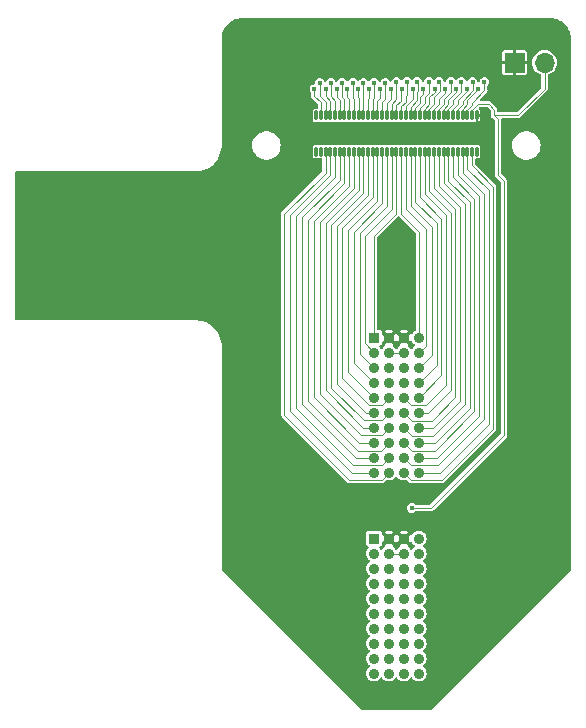
<source format=gbr>
%TF.GenerationSoftware,KiCad,Pcbnew,(7.0.0)*%
%TF.CreationDate,2024-01-30T15:23:45-05:00*%
%TF.ProjectId,eib-neuronexus-a64,6569622d-6e65-4757-926f-6e657875732d,B*%
%TF.SameCoordinates,Original*%
%TF.FileFunction,Copper,L1,Top*%
%TF.FilePolarity,Positive*%
%FSLAX46Y46*%
G04 Gerber Fmt 4.6, Leading zero omitted, Abs format (unit mm)*
G04 Created by KiCad (PCBNEW (7.0.0)) date 2024-01-30 15:23:45*
%MOMM*%
%LPD*%
G01*
G04 APERTURE LIST*
G04 Aperture macros list*
%AMRoundRect*
0 Rectangle with rounded corners*
0 $1 Rounding radius*
0 $2 $3 $4 $5 $6 $7 $8 $9 X,Y pos of 4 corners*
0 Add a 4 corners polygon primitive as box body*
4,1,4,$2,$3,$4,$5,$6,$7,$8,$9,$2,$3,0*
0 Add four circle primitives for the rounded corners*
1,1,$1+$1,$2,$3*
1,1,$1+$1,$4,$5*
1,1,$1+$1,$6,$7*
1,1,$1+$1,$8,$9*
0 Add four rect primitives between the rounded corners*
20,1,$1+$1,$2,$3,$4,$5,0*
20,1,$1+$1,$4,$5,$6,$7,0*
20,1,$1+$1,$6,$7,$8,$9,0*
20,1,$1+$1,$8,$9,$2,$3,0*%
G04 Aperture macros list end*
%TA.AperFunction,ComponentPad*%
%ADD10R,1.700000X1.700000*%
%TD*%
%TA.AperFunction,ComponentPad*%
%ADD11O,1.700000X1.700000*%
%TD*%
%TA.AperFunction,ComponentPad*%
%ADD12R,0.910000X0.910000*%
%TD*%
%TA.AperFunction,ComponentPad*%
%ADD13C,0.910000*%
%TD*%
%TA.AperFunction,SMDPad,CuDef*%
%ADD14RoundRect,0.010000X0.090000X0.340000X-0.090000X0.340000X-0.090000X-0.340000X0.090000X-0.340000X0*%
%TD*%
%TA.AperFunction,ViaPad*%
%ADD15C,0.400000*%
%TD*%
%TA.AperFunction,Conductor*%
%ADD16C,0.120000*%
%TD*%
G04 APERTURE END LIST*
D10*
%TO.P,J4,1,Pin_1*%
%TO.N,GND*%
X146999999Y-74999999D03*
D11*
%TO.P,J4,2,Pin_2*%
%TO.N,/Ref*%
X149539999Y-74999999D03*
%TD*%
D12*
%TO.P,J2,A1,A1*%
%TO.N,/Elec32*%
X135094999Y-98284999D03*
D13*
%TO.P,J2,A2,A2*%
%TO.N,/Elec33*%
X135095000Y-99555000D03*
%TO.P,J2,A3,A3*%
%TO.N,/Elec34*%
X135095000Y-100825000D03*
%TO.P,J2,A4,A4*%
%TO.N,/Elec35*%
X135095000Y-102095000D03*
%TO.P,J2,A5,A5*%
%TO.N,/Elec36*%
X135095000Y-103365000D03*
%TO.P,J2,A6,A6*%
%TO.N,/Elec38*%
X135095000Y-104635000D03*
%TO.P,J2,A7,A7*%
%TO.N,/Elec40*%
X135095000Y-105905000D03*
%TO.P,J2,A8,A8*%
%TO.N,/Elec42*%
X135095000Y-107175000D03*
%TO.P,J2,A9,A9*%
%TO.N,/Elec44*%
X135095000Y-108445000D03*
%TO.P,J2,A10,A10*%
%TO.N,/Elec46*%
X135095000Y-109715000D03*
%TO.P,J2,B1,B1*%
%TO.N,GND*%
X136365000Y-98285000D03*
%TO.P,J2,B2,B2*%
%TO.N,/Ref*%
X136365000Y-99555000D03*
%TO.P,J2,B3,B3*%
%TO.N,unconnected-(J2-PadB3)*%
X136365000Y-100825000D03*
%TO.P,J2,B4,B4*%
%TO.N,unconnected-(J2-PadB4)*%
X136365000Y-102095000D03*
%TO.P,J2,B5,B5*%
%TO.N,/Elec37*%
X136365000Y-103365000D03*
%TO.P,J2,B6,B6*%
%TO.N,/Elec39*%
X136365000Y-104635000D03*
%TO.P,J2,B7,B7*%
%TO.N,/Elec41*%
X136365000Y-105905000D03*
%TO.P,J2,B8,B8*%
%TO.N,/Elec43*%
X136365000Y-107175000D03*
%TO.P,J2,B9,B9*%
%TO.N,/Elec45*%
X136365000Y-108445000D03*
%TO.P,J2,B10,B10*%
%TO.N,/Elec47*%
X136365000Y-109715000D03*
%TO.P,J2,C1,C1*%
%TO.N,GND*%
X137635000Y-98285000D03*
%TO.P,J2,C2,C2*%
%TO.N,/Ref*%
X137635000Y-99555000D03*
%TO.P,J2,C3,C3*%
%TO.N,unconnected-(J2-PadC3)*%
X137635000Y-100825000D03*
%TO.P,J2,C4,C4*%
%TO.N,unconnected-(J2-PadC4)*%
X137635000Y-102095000D03*
%TO.P,J2,C5,C5*%
%TO.N,/Elec26*%
X137635000Y-103365000D03*
%TO.P,J2,C6,C6*%
%TO.N,/Elec24*%
X137635000Y-104635000D03*
%TO.P,J2,C7,C7*%
%TO.N,/Elec22*%
X137635000Y-105905000D03*
%TO.P,J2,C8,C8*%
%TO.N,/Elec20*%
X137635000Y-107175000D03*
%TO.P,J2,C9,C9*%
%TO.N,/Elec18*%
X137635000Y-108445000D03*
%TO.P,J2,C10,C10*%
%TO.N,/Elec16*%
X137635000Y-109715000D03*
%TO.P,J2,D1,D1*%
%TO.N,/Elec31*%
X138905000Y-98285000D03*
%TO.P,J2,D2,D2*%
%TO.N,/Elec30*%
X138905000Y-99555000D03*
%TO.P,J2,D3,D3*%
%TO.N,/Elec29*%
X138905000Y-100825000D03*
%TO.P,J2,D4,D4*%
%TO.N,/Elec28*%
X138905000Y-102095000D03*
%TO.P,J2,D5,D5*%
%TO.N,/Elec27*%
X138905000Y-103365000D03*
%TO.P,J2,D6,D6*%
%TO.N,/Elec25*%
X138905000Y-104635000D03*
%TO.P,J2,D7,D7*%
%TO.N,/Elec23*%
X138905000Y-105905000D03*
%TO.P,J2,D8,D8*%
%TO.N,/Elec21*%
X138905000Y-107175000D03*
%TO.P,J2,D9,D9*%
%TO.N,/Elec19*%
X138905000Y-108445000D03*
%TO.P,J2,D10,D10*%
%TO.N,/Elec17*%
X138905000Y-109715000D03*
%TD*%
D12*
%TO.P,J1,A1,A1*%
%TO.N,/Elec48*%
X135094999Y-115284999D03*
D13*
%TO.P,J1,A2,A2*%
%TO.N,/Elec49*%
X135095000Y-116555000D03*
%TO.P,J1,A3,A3*%
%TO.N,/Elec50*%
X135095000Y-117825000D03*
%TO.P,J1,A4,A4*%
%TO.N,/Elec51*%
X135095000Y-119095000D03*
%TO.P,J1,A5,A5*%
%TO.N,/Elec52*%
X135095000Y-120365000D03*
%TO.P,J1,A6,A6*%
%TO.N,/Elec54*%
X135095000Y-121635000D03*
%TO.P,J1,A7,A7*%
%TO.N,/Elec56*%
X135095000Y-122905000D03*
%TO.P,J1,A8,A8*%
%TO.N,/Elec58*%
X135095000Y-124175000D03*
%TO.P,J1,A9,A9*%
%TO.N,/Elec60*%
X135095000Y-125445000D03*
%TO.P,J1,A10,A10*%
%TO.N,/Elec62*%
X135095000Y-126715000D03*
%TO.P,J1,B1,B1*%
%TO.N,GND*%
X136365000Y-115285000D03*
%TO.P,J1,B2,B2*%
%TO.N,/Ref*%
X136365000Y-116555000D03*
%TO.P,J1,B3,B3*%
%TO.N,unconnected-(J1-PadB3)*%
X136365000Y-117825000D03*
%TO.P,J1,B4,B4*%
%TO.N,unconnected-(J1-PadB4)*%
X136365000Y-119095000D03*
%TO.P,J1,B5,B5*%
%TO.N,/Elec53*%
X136365000Y-120365000D03*
%TO.P,J1,B6,B6*%
%TO.N,/Elec55*%
X136365000Y-121635000D03*
%TO.P,J1,B7,B7*%
%TO.N,/Elec57*%
X136365000Y-122905000D03*
%TO.P,J1,B8,B8*%
%TO.N,/Elec59*%
X136365000Y-124175000D03*
%TO.P,J1,B9,B9*%
%TO.N,/Elec61*%
X136365000Y-125445000D03*
%TO.P,J1,B10,B10*%
%TO.N,/Elec63*%
X136365000Y-126715000D03*
%TO.P,J1,C1,C1*%
%TO.N,GND*%
X137635000Y-115285000D03*
%TO.P,J1,C2,C2*%
%TO.N,/Ref*%
X137635000Y-116555000D03*
%TO.P,J1,C3,C3*%
%TO.N,unconnected-(J1-PadC3)*%
X137635000Y-117825000D03*
%TO.P,J1,C4,C4*%
%TO.N,unconnected-(J1-PadC4)*%
X137635000Y-119095000D03*
%TO.P,J1,C5,C5*%
%TO.N,/Elec10*%
X137635000Y-120365000D03*
%TO.P,J1,C6,C6*%
%TO.N,/Elec8*%
X137635000Y-121635000D03*
%TO.P,J1,C7,C7*%
%TO.N,/Elec6*%
X137635000Y-122905000D03*
%TO.P,J1,C8,C8*%
%TO.N,/Elec4*%
X137635000Y-124175000D03*
%TO.P,J1,C9,C9*%
%TO.N,/Elec2*%
X137635000Y-125445000D03*
%TO.P,J1,C10,C10*%
%TO.N,/Elec0*%
X137635000Y-126715000D03*
%TO.P,J1,D1,D1*%
%TO.N,/Elec15*%
X138905000Y-115285000D03*
%TO.P,J1,D2,D2*%
%TO.N,/Elec14*%
X138905000Y-116555000D03*
%TO.P,J1,D3,D3*%
%TO.N,/Elec13*%
X138905000Y-117825000D03*
%TO.P,J1,D4,D4*%
%TO.N,/Elec12*%
X138905000Y-119095000D03*
%TO.P,J1,D5,D5*%
%TO.N,/Elec11*%
X138905000Y-120365000D03*
%TO.P,J1,D6,D6*%
%TO.N,/Elec9*%
X138905000Y-121635000D03*
%TO.P,J1,D7,D7*%
%TO.N,/Elec7*%
X138905000Y-122905000D03*
%TO.P,J1,D8,D8*%
%TO.N,/Elec5*%
X138905000Y-124175000D03*
%TO.P,J1,D9,D9*%
%TO.N,/Elec3*%
X138905000Y-125445000D03*
%TO.P,J1,D10,D10*%
%TO.N,/Elec1*%
X138905000Y-126715000D03*
%TD*%
D14*
%TO.P,J3,70,Pin_70*%
%TO.N,unconnected-(J3-Pin_70-Pad70)*%
X130200000Y-79460000D03*
%TO.P,J3,69,Pin_69*%
%TO.N,unconnected-(J3-Pin_69-Pad69)*%
X130200000Y-82540000D03*
%TO.P,J3,68,Pin_68*%
%TO.N,/Elec63*%
X130600000Y-79460000D03*
%TO.P,J3,67,Pin_67*%
%TO.N,unconnected-(J3-Pin_67-Pad67)*%
X130600000Y-82540000D03*
%TO.P,J3,66,Pin_66*%
%TO.N,/Elec62*%
X131000000Y-79460000D03*
%TO.P,J3,65,Pin_65*%
%TO.N,/Elec47*%
X131000000Y-82540000D03*
%TO.P,J3,64,Pin_64*%
%TO.N,/Elec61*%
X131400000Y-79460000D03*
%TO.P,J3,63,Pin_63*%
%TO.N,/Elec46*%
X131400000Y-82540000D03*
%TO.P,J3,62,Pin_62*%
%TO.N,/Elec60*%
X131800000Y-79460000D03*
%TO.P,J3,61,Pin_61*%
%TO.N,/Elec45*%
X131800000Y-82540000D03*
%TO.P,J3,60,Pin_60*%
%TO.N,/Elec59*%
X132200000Y-79460000D03*
%TO.P,J3,59,Pin_59*%
%TO.N,/Elec44*%
X132200000Y-82540000D03*
%TO.P,J3,58,Pin_58*%
%TO.N,/Elec58*%
X132600000Y-79460000D03*
%TO.P,J3,57,Pin_57*%
%TO.N,/Elec43*%
X132600000Y-82540000D03*
%TO.P,J3,56,Pin_56*%
%TO.N,/Elec57*%
X133000000Y-79460000D03*
%TO.P,J3,55,Pin_55*%
%TO.N,/Elec42*%
X133000000Y-82540000D03*
%TO.P,J3,54,Pin_54*%
%TO.N,/Elec56*%
X133400000Y-79460000D03*
%TO.P,J3,53,Pin_53*%
%TO.N,/Elec41*%
X133400000Y-82540000D03*
%TO.P,J3,52,Pin_52*%
%TO.N,/Elec55*%
X133800000Y-79460000D03*
%TO.P,J3,51,Pin_51*%
%TO.N,/Elec40*%
X133800000Y-82540000D03*
%TO.P,J3,50,Pin_50*%
%TO.N,/Elec54*%
X134200000Y-79460000D03*
%TO.P,J3,49,Pin_49*%
%TO.N,/Elec39*%
X134200000Y-82540000D03*
%TO.P,J3,48,Pin_48*%
%TO.N,/Elec53*%
X134600000Y-79460000D03*
%TO.P,J3,47,Pin_47*%
%TO.N,/Elec38*%
X134600000Y-82540000D03*
%TO.P,J3,46,Pin_46*%
%TO.N,/Elec52*%
X135000000Y-79460000D03*
%TO.P,J3,45,Pin_45*%
%TO.N,/Elec37*%
X135000000Y-82540000D03*
%TO.P,J3,44,Pin_44*%
%TO.N,/Elec51*%
X135400000Y-79460000D03*
%TO.P,J3,43,Pin_43*%
%TO.N,/Elec36*%
X135400000Y-82540000D03*
%TO.P,J3,42,Pin_42*%
%TO.N,/Elec50*%
X135800000Y-79460000D03*
%TO.P,J3,41,Pin_41*%
%TO.N,/Elec35*%
X135800000Y-82540000D03*
%TO.P,J3,40,Pin_40*%
%TO.N,/Elec49*%
X136200000Y-79460000D03*
%TO.P,J3,39,Pin_39*%
%TO.N,/Elec34*%
X136200000Y-82540000D03*
%TO.P,J3,38,Pin_38*%
%TO.N,/Elec48*%
X136600000Y-79460000D03*
%TO.P,J3,37,Pin_37*%
%TO.N,/Elec33*%
X136600000Y-82540000D03*
%TO.P,J3,36,Pin_36*%
%TO.N,/Elec15*%
X137000000Y-79460000D03*
%TO.P,J3,35,Pin_35*%
%TO.N,/Elec32*%
X137000000Y-82540000D03*
%TO.P,J3,34,Pin_34*%
%TO.N,/Elec14*%
X137400000Y-79460000D03*
%TO.P,J3,33,Pin_33*%
%TO.N,/Elec31*%
X137400000Y-82540000D03*
%TO.P,J3,32,Pin_32*%
%TO.N,/Elec13*%
X137800000Y-79460000D03*
%TO.P,J3,31,Pin_31*%
%TO.N,/Elec30*%
X137800000Y-82540000D03*
%TO.P,J3,30,Pin_30*%
%TO.N,/Elec12*%
X138200000Y-79460000D03*
%TO.P,J3,29,Pin_29*%
%TO.N,/Elec29*%
X138200000Y-82540000D03*
%TO.P,J3,28,Pin_28*%
%TO.N,/Elec11*%
X138600000Y-79460000D03*
%TO.P,J3,27,Pin_27*%
%TO.N,/Elec28*%
X138600000Y-82540000D03*
%TO.P,J3,26,Pin_26*%
%TO.N,/Elec10*%
X139000000Y-79460000D03*
%TO.P,J3,25,Pin_25*%
%TO.N,/Elec27*%
X139000000Y-82540000D03*
%TO.P,J3,24,Pin_24*%
%TO.N,/Elec9*%
X139400000Y-79460000D03*
%TO.P,J3,23,Pin_23*%
%TO.N,/Elec26*%
X139400000Y-82540000D03*
%TO.P,J3,22,Pin_22*%
%TO.N,/Elec8*%
X139800000Y-79460000D03*
%TO.P,J3,21,Pin_21*%
%TO.N,/Elec25*%
X139800000Y-82540000D03*
%TO.P,J3,20,Pin_20*%
%TO.N,/Elec7*%
X140200000Y-79460000D03*
%TO.P,J3,19,Pin_19*%
%TO.N,/Elec24*%
X140200000Y-82540000D03*
%TO.P,J3,18,Pin_18*%
%TO.N,/Elec6*%
X140600000Y-79460000D03*
%TO.P,J3,17,Pin_17*%
%TO.N,/Elec23*%
X140600000Y-82540000D03*
%TO.P,J3,16,Pin_16*%
%TO.N,/Elec5*%
X141000000Y-79460000D03*
%TO.P,J3,15,Pin_15*%
%TO.N,/Elec22*%
X141000000Y-82540000D03*
%TO.P,J3,14,Pin_14*%
%TO.N,/Elec4*%
X141400000Y-79460000D03*
%TO.P,J3,13,Pin_13*%
%TO.N,/Elec21*%
X141400000Y-82540000D03*
%TO.P,J3,12,Pin_12*%
%TO.N,/Elec3*%
X141800000Y-79460000D03*
%TO.P,J3,11,Pin_11*%
%TO.N,/Elec20*%
X141800000Y-82540000D03*
%TO.P,J3,10,Pin_10*%
%TO.N,/Elec2*%
X142200000Y-79460000D03*
%TO.P,J3,9,Pin_9*%
%TO.N,/Elec19*%
X142200000Y-82540000D03*
%TO.P,J3,8,Pin_8*%
%TO.N,/Elec1*%
X142600000Y-79460000D03*
%TO.P,J3,7,Pin_7*%
%TO.N,/Elec18*%
X142600000Y-82540000D03*
%TO.P,J3,6,Pin_6*%
%TO.N,/Elec0*%
X143000000Y-79460000D03*
%TO.P,J3,5,Pin_5*%
%TO.N,/Elec17*%
X143000000Y-82540000D03*
%TO.P,J3,4,Pin_4*%
%TO.N,/Ref*%
X143400000Y-79460000D03*
%TO.P,J3,3,Pin_3*%
%TO.N,/Elec16*%
X143400000Y-82540000D03*
%TO.P,J3,2,Pin_2*%
%TO.N,GND*%
X143800000Y-79460000D03*
%TO.P,J3,1,Pin_1*%
%TO.N,unconnected-(J3-Pin_1-Pad1)*%
X143800000Y-82540000D03*
%TD*%
D15*
%TO.N,GND*%
X145100000Y-81000000D03*
%TO.N,/Ref*%
X138300000Y-112700000D03*
%TO.N,/Elec0*%
X144450000Y-76600000D03*
%TO.N,/Elec1*%
X143950000Y-77200000D03*
%TO.N,/Elec2*%
X143450000Y-76600000D03*
%TO.N,/Elec3*%
X142950000Y-77200000D03*
%TO.N,/Elec4*%
X142500000Y-76600000D03*
%TO.N,/Elec5*%
X142050000Y-77200000D03*
%TO.N,/Elec6*%
X141600000Y-76600000D03*
%TO.N,/Elec7*%
X141100000Y-77200000D03*
%TO.N,/Elec8*%
X140600000Y-76600000D03*
%TO.N,/Elec9*%
X140250000Y-77250000D03*
%TO.N,/Elec10*%
X139750000Y-76600000D03*
%TO.N,/Elec11*%
X139250000Y-77200000D03*
%TO.N,/Elec12*%
X138750000Y-76600000D03*
%TO.N,/Elec13*%
X138400000Y-77250000D03*
%TO.N,/Elec14*%
X137900000Y-76600000D03*
%TO.N,/Elec15*%
X137450000Y-77200000D03*
%TO.N,/Elec48*%
X137005000Y-76600000D03*
%TO.N,/Elec49*%
X136505000Y-77200000D03*
%TO.N,/Elec50*%
X136055000Y-76700000D03*
%TO.N,/Elec51*%
X135605000Y-77200000D03*
%TO.N,/Elec52*%
X135105000Y-76700000D03*
%TO.N,/Elec53*%
X134655000Y-77200000D03*
%TO.N,/Elec54*%
X134205000Y-76700000D03*
%TO.N,/Elec55*%
X133755000Y-77200000D03*
%TO.N,/Elec56*%
X133305000Y-76700000D03*
%TO.N,/Elec57*%
X132850000Y-77250000D03*
%TO.N,/Elec58*%
X132400000Y-76700000D03*
%TO.N,/Elec59*%
X131950000Y-77250000D03*
%TO.N,/Elec60*%
X131450000Y-76700000D03*
%TO.N,/Elec61*%
X131000000Y-77250000D03*
%TO.N,/Elec62*%
X130500000Y-76700000D03*
%TO.N,/Elec63*%
X130050000Y-77250000D03*
%TO.N,GND*%
X137000000Y-128000000D03*
X137000000Y-81000000D03*
X126000000Y-73000000D03*
X137000000Y-90000000D03*
X137000000Y-93000000D03*
X149000000Y-115000000D03*
X137000000Y-95000000D03*
X115300000Y-94500000D03*
X136000000Y-113000000D03*
X137000000Y-111000000D03*
X150000000Y-86000000D03*
X126000000Y-115000000D03*
X107000000Y-95500000D03*
X115700000Y-85600000D03*
X125000000Y-101000000D03*
X107000000Y-86000000D03*
X149000000Y-99000000D03*
X137000000Y-73000000D03*
X124800000Y-83900000D03*
%TD*%
D16*
%TO.N,/Ref*%
X145290000Y-79460000D02*
X145290000Y-78990000D01*
X144800000Y-78500000D02*
X143900000Y-78500000D01*
X145290000Y-78990000D02*
X144800000Y-78500000D01*
X143900000Y-78500000D02*
X143400000Y-79000000D01*
X143400000Y-79000000D02*
X143400000Y-79460000D01*
X147290000Y-79460000D02*
X149540000Y-77210000D01*
X145290000Y-79460000D02*
X147290000Y-79460000D01*
X149540000Y-77210000D02*
X149540000Y-75000000D01*
X146100000Y-85000000D02*
X146100000Y-106550000D01*
X145600000Y-84500000D02*
X146100000Y-85000000D01*
X139950000Y-112700000D02*
X138300000Y-112700000D01*
X145600000Y-79770000D02*
X145600000Y-84500000D01*
X146100000Y-106550000D02*
X139950000Y-112700000D01*
X145290000Y-79460000D02*
X145600000Y-79770000D01*
%TO.N,/Elec0*%
X143000000Y-79460000D02*
X143000000Y-79000000D01*
X143000000Y-79000000D02*
X143400000Y-78600000D01*
X143400000Y-78400000D02*
X143400000Y-78600000D01*
%TO.N,/Elec1*%
X142600000Y-79460000D02*
X142600000Y-78900000D01*
X143000000Y-78150000D02*
X143000000Y-78500000D01*
X142600000Y-78900000D02*
X143000000Y-78500000D01*
%TO.N,/Elec2*%
X142200000Y-78900000D02*
X142600000Y-78500000D01*
X142200000Y-79460000D02*
X142200000Y-78900000D01*
X142600000Y-78200000D02*
X142600000Y-78500000D01*
%TO.N,/Elec3*%
X142200000Y-78500000D02*
X142200000Y-78150000D01*
X141800000Y-78900000D02*
X142200000Y-78500000D01*
X141800000Y-79460000D02*
X141800000Y-78900000D01*
X142950000Y-77200000D02*
X142950000Y-77400000D01*
X142950000Y-77400000D02*
X142200000Y-78150000D01*
%TO.N,/Elec4*%
X141400000Y-78900000D02*
X141800000Y-78500000D01*
X141400000Y-79460000D02*
X141400000Y-78900000D01*
X141800000Y-78150000D02*
X141800000Y-78500000D01*
%TO.N,/Elec5*%
X141000000Y-78900000D02*
X141400000Y-78500000D01*
X141000000Y-79460000D02*
X141000000Y-78900000D01*
X141400000Y-78150000D02*
X141400000Y-78500000D01*
%TO.N,/Elec6*%
X140600000Y-78900000D02*
X141000000Y-78500000D01*
X140600000Y-79460000D02*
X140600000Y-78900000D01*
X141000000Y-78100000D02*
X141000000Y-78500000D01*
%TO.N,/Elec7*%
X140200000Y-78900000D02*
X140600000Y-78500000D01*
X140200000Y-79460000D02*
X140200000Y-78900000D01*
X140600000Y-78050000D02*
X140600000Y-78500000D01*
%TO.N,/Elec8*%
X139800000Y-78900000D02*
X140200000Y-78500000D01*
X140200000Y-78500000D02*
X140200000Y-77879123D01*
X139800000Y-79460000D02*
X139800000Y-78900000D01*
%TO.N,/Elec9*%
X139400000Y-78900000D02*
X139800000Y-78500000D01*
X139400000Y-79460000D02*
X139400000Y-78900000D01*
X139800000Y-78500000D02*
X139800000Y-77900000D01*
%TO.N,/Elec10*%
X139000000Y-79460000D02*
X139000000Y-78800000D01*
X139400000Y-77900000D02*
X139400000Y-78400000D01*
X139000000Y-78800000D02*
X139400000Y-78400000D01*
%TO.N,/Elec11*%
X139250000Y-77650000D02*
X139250000Y-77200000D01*
X139000000Y-78400000D02*
X139000000Y-77900000D01*
X139000000Y-77900000D02*
X139250000Y-77650000D01*
X138600000Y-78800000D02*
X139000000Y-78400000D01*
X138600000Y-79460000D02*
X138600000Y-78800000D01*
%TO.N,/Elec12*%
X138809501Y-77419622D02*
X138809501Y-76659501D01*
X138750000Y-77479123D02*
X138809501Y-77419622D01*
X138809501Y-76659501D02*
X138750000Y-76600000D01*
X138750000Y-78175000D02*
X138750000Y-77479123D01*
X138200000Y-78725000D02*
X138750000Y-78175000D01*
X138200000Y-79460000D02*
X138200000Y-78725000D01*
%TO.N,/Elec13*%
X138400000Y-78100000D02*
X138400000Y-77250000D01*
X137800000Y-78700000D02*
X138400000Y-78100000D01*
X137800000Y-79460000D02*
X137800000Y-78700000D01*
%TO.N,/Elec14*%
X137400000Y-79460000D02*
X137400000Y-78700000D01*
X137400000Y-78700000D02*
X137800000Y-78300000D01*
X137800000Y-77800000D02*
X137800000Y-78300000D01*
%TO.N,/Elec15*%
X137000000Y-78600000D02*
X137400000Y-78200000D01*
X137400000Y-77250000D02*
X137400000Y-78200000D01*
X137000000Y-79460000D02*
X137000000Y-78600000D01*
%TO.N,/Elec48*%
X136600000Y-78505000D02*
X137005000Y-78100000D01*
X136600000Y-79460000D02*
X136600000Y-78505000D01*
X137005000Y-76600000D02*
X137005000Y-78100000D01*
%TO.N,/Elec49*%
X136200000Y-79460000D02*
X136200000Y-78405000D01*
X136505000Y-77200000D02*
X136505000Y-78100000D01*
X136200000Y-78405000D02*
X136505000Y-78100000D01*
%TO.N,/Elec50*%
X135800000Y-78300000D02*
X135800000Y-79460000D01*
X136055000Y-78045000D02*
X135800000Y-78300000D01*
X136055000Y-77800000D02*
X136055000Y-78045000D01*
X136055000Y-76700000D02*
X136055000Y-77800000D01*
%TO.N,/Elec51*%
X135400000Y-78205000D02*
X135400000Y-79460000D01*
X135605000Y-77200000D02*
X135605000Y-78000000D01*
X135605000Y-78000000D02*
X135400000Y-78205000D01*
%TO.N,/Elec52*%
X135000000Y-78110000D02*
X135000000Y-79460000D01*
X135105000Y-78005000D02*
X135000000Y-78110000D01*
%TO.N,/Elec53*%
X134600000Y-78060000D02*
X134655000Y-78005000D01*
X134600000Y-79460000D02*
X134600000Y-78060000D01*
%TO.N,/Elec54*%
X134200000Y-79460000D02*
X134200000Y-77960000D01*
X134200000Y-77960000D02*
X134205000Y-77955000D01*
%TO.N,/Elec55*%
X133800000Y-77950000D02*
X133755000Y-77905000D01*
X133800000Y-79460000D02*
X133800000Y-77950000D01*
%TO.N,/Elec56*%
X133400000Y-78100000D02*
X133305000Y-78005000D01*
X133400000Y-79460000D02*
X133400000Y-78100000D01*
X133305000Y-76700000D02*
X133305000Y-78005000D01*
%TO.N,/Elec57*%
X133000000Y-78050000D02*
X132850000Y-77900000D01*
X133000000Y-79460000D02*
X133000000Y-78050000D01*
%TO.N,/Elec58*%
X132600000Y-78100000D02*
X132600000Y-79460000D01*
X132400000Y-77900000D02*
X132600000Y-78100000D01*
%TO.N,/Elec59*%
X132200000Y-78150000D02*
X132200000Y-79460000D01*
X131950000Y-77900000D02*
X132200000Y-78150000D01*
X131950000Y-77250000D02*
X131950000Y-77900000D01*
%TO.N,/Elec60*%
X131450000Y-77850000D02*
X131800000Y-78200000D01*
X131800000Y-78200000D02*
X131800000Y-79460000D01*
X131450000Y-76700000D02*
X131450000Y-77850000D01*
%TO.N,/Elec61*%
X131400000Y-78250000D02*
X131400000Y-79460000D01*
X131000000Y-77850000D02*
X131400000Y-78250000D01*
X131000000Y-77250000D02*
X131000000Y-77850000D01*
%TO.N,/Elec62*%
X131000000Y-78300000D02*
X131000000Y-79460000D01*
X130500000Y-77800000D02*
X131000000Y-78300000D01*
X130500000Y-76700000D02*
X130500000Y-77800000D01*
%TO.N,/Elec63*%
X130050000Y-77800000D02*
X130600000Y-78350000D01*
X130600000Y-78350000D02*
X130600000Y-79460000D01*
X130050000Y-77250000D02*
X130050000Y-77800000D01*
%TO.N,/Ref*%
X136365000Y-116555000D02*
X137635000Y-116555000D01*
X137635000Y-99555000D02*
X136365000Y-99555000D01*
%TO.N,/Elec16*%
X145200000Y-85500000D02*
X145200000Y-106000000D01*
X145200000Y-106000000D02*
X140875479Y-110324521D01*
X143400000Y-83700000D02*
X145200000Y-85500000D01*
X140875479Y-110324521D02*
X138244521Y-110324521D01*
X143400000Y-82540000D02*
X143400000Y-83700000D01*
X138244521Y-110324521D02*
X137635000Y-109715000D01*
%TO.N,/Elec0*%
X144450000Y-77350000D02*
X143400000Y-78400000D01*
X144450000Y-76600000D02*
X144450000Y-77350000D01*
%TO.N,/Elec17*%
X143000000Y-84000000D02*
X144800000Y-85800000D01*
X144800000Y-105600000D02*
X140685000Y-109715000D01*
X144800000Y-85800000D02*
X144800000Y-105600000D01*
X140685000Y-109715000D02*
X138905000Y-109715000D01*
X143000000Y-82540000D02*
X143000000Y-84000000D01*
%TO.N,/Elec1*%
X143950000Y-77200000D02*
X143000000Y-78150000D01*
%TO.N,/Elec18*%
X140545479Y-109054521D02*
X144400000Y-105200000D01*
X142600000Y-84300000D02*
X144400000Y-86100000D01*
X138244521Y-109054521D02*
X140545479Y-109054521D01*
X137635000Y-108445000D02*
X138244521Y-109054521D01*
X142600000Y-82540000D02*
X142600000Y-84300000D01*
X144400000Y-86100000D02*
X144400000Y-105200000D01*
%TO.N,/Elec2*%
X143450000Y-76600000D02*
X143450000Y-77350000D01*
X143450000Y-77350000D02*
X142600000Y-78200000D01*
%TO.N,/Elec19*%
X144000000Y-86300000D02*
X142200000Y-84500000D01*
X140455000Y-108445000D02*
X144000000Y-104900000D01*
X142200000Y-84500000D02*
X142200000Y-82540000D01*
X138905000Y-108445000D02*
X140455000Y-108445000D01*
X144000000Y-104900000D02*
X144000000Y-86300000D01*
%TO.N,/Elec20*%
X143600000Y-86500000D02*
X141800000Y-84700000D01*
X137635000Y-107175000D02*
X138295479Y-107835479D01*
X143600000Y-104500000D02*
X143600000Y-86500000D01*
X141800000Y-84700000D02*
X141800000Y-82540000D01*
X138295479Y-107835479D02*
X140264521Y-107835479D01*
X140264521Y-107835479D02*
X143600000Y-104500000D01*
%TO.N,/Elec4*%
X142500000Y-77450000D02*
X141800000Y-78150000D01*
X142500000Y-76600000D02*
X142500000Y-77450000D01*
%TO.N,/Elec21*%
X143200000Y-86800000D02*
X141400000Y-85000000D01*
X141400000Y-85000000D02*
X141400000Y-82540000D01*
X143200000Y-104250000D02*
X143200000Y-86800000D01*
X140275000Y-107175000D02*
X143200000Y-104250000D01*
X138905000Y-107175000D02*
X140275000Y-107175000D01*
%TO.N,/Elec5*%
X142050000Y-77200000D02*
X142050000Y-77500000D01*
X142050000Y-77500000D02*
X141400000Y-78150000D01*
%TO.N,/Elec22*%
X142800000Y-103900000D02*
X142800000Y-87000000D01*
X141000000Y-85200000D02*
X141000000Y-82540000D01*
X137635000Y-105905000D02*
X138295479Y-106565479D01*
X142800000Y-87000000D02*
X141000000Y-85200000D01*
X138295479Y-106565479D02*
X140134521Y-106565479D01*
X140134521Y-106565479D02*
X142800000Y-103900000D01*
%TO.N,/Elec6*%
X141600000Y-76600000D02*
X141600000Y-77500000D01*
X141600000Y-77500000D02*
X141000000Y-78100000D01*
%TO.N,/Elec23*%
X142400000Y-103600000D02*
X142400000Y-87200000D01*
X138905000Y-105905000D02*
X140095000Y-105905000D01*
X142400000Y-87200000D02*
X140600000Y-85400000D01*
X140095000Y-105905000D02*
X142400000Y-103600000D01*
X140600000Y-85400000D02*
X140600000Y-82540000D01*
%TO.N,/Elec7*%
X141100000Y-77550000D02*
X140600000Y-78050000D01*
X141100000Y-77200000D02*
X141100000Y-77550000D01*
%TO.N,/Elec24*%
X137635000Y-104635000D02*
X138295479Y-105295479D01*
X140200000Y-85600000D02*
X140200000Y-82540000D01*
X142000000Y-87400000D02*
X140200000Y-85600000D01*
X139995479Y-105295479D02*
X142000000Y-103290958D01*
X138295479Y-105295479D02*
X139995479Y-105295479D01*
X142000000Y-103290958D02*
X142000000Y-87400000D01*
%TO.N,/Elec8*%
X140659501Y-76659501D02*
X140600000Y-76600000D01*
X140200000Y-77879123D02*
X140659501Y-77419622D01*
X140659501Y-77419622D02*
X140659501Y-76659501D01*
%TO.N,/Elec25*%
X141600000Y-102700000D02*
X141600000Y-87700000D01*
X141600000Y-87700000D02*
X139800000Y-85900000D01*
X138905000Y-104635000D02*
X139665000Y-104635000D01*
X139800000Y-85900000D02*
X139800000Y-82540000D01*
X139665000Y-104635000D02*
X141600000Y-102700000D01*
%TO.N,/Elec9*%
X139800000Y-77900000D02*
X140250000Y-77450000D01*
X140250000Y-77450000D02*
X140250000Y-77250000D01*
%TO.N,/Elec26*%
X141200000Y-87900000D02*
X139400000Y-86100000D01*
X137635000Y-103365000D02*
X138244521Y-103974521D01*
X139400000Y-86100000D02*
X139400000Y-82540000D01*
X141200000Y-102249042D02*
X141200000Y-87900000D01*
X139474521Y-103974521D02*
X141200000Y-102249042D01*
X138244521Y-103974521D02*
X139474521Y-103974521D01*
%TO.N,/Elec10*%
X139750000Y-77550000D02*
X139400000Y-77900000D01*
X139750000Y-76600000D02*
X139750000Y-77550000D01*
%TO.N,/Elec27*%
X140800000Y-101470000D02*
X140800000Y-88200000D01*
X140800000Y-88200000D02*
X139000000Y-86400000D01*
X138905000Y-103365000D02*
X140800000Y-101470000D01*
X139000000Y-86400000D02*
X139000000Y-82540000D01*
%TO.N,/Elec28*%
X138600000Y-86800000D02*
X138600000Y-82540000D01*
X140400000Y-88600000D02*
X138600000Y-86800000D01*
X138905000Y-102095000D02*
X140400000Y-100600000D01*
X140400000Y-100600000D02*
X140400000Y-88600000D01*
%TO.N,/Elec29*%
X138905000Y-100825000D02*
X140000000Y-99730000D01*
X140000000Y-88900000D02*
X138200000Y-87100000D01*
X138200000Y-87100000D02*
X138200000Y-82540000D01*
X140000000Y-99730000D02*
X140000000Y-88900000D01*
%TO.N,/Elec30*%
X138905000Y-99555000D02*
X139514521Y-98945479D01*
X137800000Y-87400000D02*
X137800000Y-82540000D01*
X139514521Y-98945479D02*
X139514521Y-89114521D01*
X139514521Y-89114521D02*
X137800000Y-87400000D01*
%TO.N,/Elec14*%
X137900000Y-76600000D02*
X137900000Y-77700000D01*
X137900000Y-77700000D02*
X137800000Y-77800000D01*
%TO.N,/Elec31*%
X138905000Y-89305000D02*
X137400000Y-87800000D01*
X137400000Y-87800000D02*
X137400000Y-82540000D01*
X138905000Y-98285000D02*
X138905000Y-89305000D01*
%TO.N,/Elec15*%
X137450000Y-77200000D02*
X137400000Y-77250000D01*
%TO.N,/Elec32*%
X137000000Y-87790000D02*
X137000000Y-82540000D01*
X135095000Y-98285000D02*
X135095000Y-89695000D01*
X135095000Y-89695000D02*
X137000000Y-87790000D01*
%TO.N,/Elec15*%
X137005000Y-79455000D02*
X137000000Y-79460000D01*
%TO.N,/Elec33*%
X136600000Y-87400000D02*
X136600000Y-82540000D01*
X134300000Y-98760000D02*
X134300000Y-89700000D01*
X135095000Y-99555000D02*
X134300000Y-98760000D01*
X134300000Y-89700000D02*
X136600000Y-87400000D01*
%TO.N,/Elec34*%
X136200000Y-87100000D02*
X136200000Y-82540000D01*
X133900000Y-99630000D02*
X133900000Y-89400000D01*
X133900000Y-89400000D02*
X136200000Y-87100000D01*
X135095000Y-100825000D02*
X133900000Y-99630000D01*
%TO.N,/Elec35*%
X133400000Y-100400000D02*
X133400000Y-89300000D01*
X135095000Y-102095000D02*
X133400000Y-100400000D01*
X133400000Y-89300000D02*
X135800000Y-86900000D01*
X135800000Y-86900000D02*
X135800000Y-82540000D01*
%TO.N,/Elec36*%
X132900000Y-101170000D02*
X132900000Y-89200000D01*
X135400000Y-86700000D02*
X135400000Y-82540000D01*
X135095000Y-103365000D02*
X132900000Y-101170000D01*
X132900000Y-89200000D02*
X135400000Y-86700000D01*
%TO.N,/Elec52*%
X135105000Y-76700000D02*
X135105000Y-78005000D01*
%TO.N,/Elec37*%
X132400000Y-89000000D02*
X135000000Y-86400000D01*
X136365000Y-103365000D02*
X135755479Y-103974521D01*
X135755479Y-103974521D02*
X134674521Y-103974521D01*
X135000000Y-86400000D02*
X135000000Y-82540000D01*
X132400000Y-101700000D02*
X132400000Y-89000000D01*
X134674521Y-103974521D02*
X132400000Y-101700000D01*
%TO.N,/Elec53*%
X134655000Y-77200000D02*
X134655000Y-78005000D01*
%TO.N,/Elec38*%
X135095000Y-104635000D02*
X134435000Y-104635000D01*
X134600000Y-86200000D02*
X134600000Y-82540000D01*
X134435000Y-104635000D02*
X132000000Y-102200000D01*
X132000000Y-102200000D02*
X132000000Y-88800000D01*
X132000000Y-88800000D02*
X134600000Y-86200000D01*
%TO.N,/Elec54*%
X134205000Y-76700000D02*
X134205000Y-77955000D01*
%TO.N,/Elec39*%
X134244521Y-105244521D02*
X135755479Y-105244521D01*
X131500000Y-88700000D02*
X134200000Y-86000000D01*
X134200000Y-86000000D02*
X134200000Y-82540000D01*
X134244521Y-105244521D02*
X131500000Y-102500000D01*
X136365000Y-104635000D02*
X135755479Y-105244521D01*
X131500000Y-102500000D02*
X131500000Y-88700000D01*
%TO.N,/Elec55*%
X133755000Y-77200000D02*
X133755000Y-77905000D01*
%TO.N,/Elec40*%
X134155000Y-105905000D02*
X131000000Y-102750000D01*
X133800000Y-85800000D02*
X133800000Y-82540000D01*
X135095000Y-105905000D02*
X134155000Y-105905000D01*
X131000000Y-88600000D02*
X133800000Y-85800000D01*
X131000000Y-102750000D02*
X131000000Y-88600000D01*
%TO.N,/Elec41*%
X133400000Y-85600000D02*
X133400000Y-82540000D01*
X136365000Y-105905000D02*
X135755479Y-106514521D01*
X130500000Y-103029042D02*
X130500000Y-88500000D01*
X130500000Y-88500000D02*
X133400000Y-85600000D01*
X133985479Y-106514521D02*
X130500000Y-103029042D01*
X135755479Y-106514521D02*
X133985479Y-106514521D01*
%TO.N,/Elec57*%
X132850000Y-77250000D02*
X132850000Y-77900000D01*
%TO.N,/Elec42*%
X130000000Y-88400000D02*
X133000000Y-85400000D01*
X135095000Y-107175000D02*
X133875000Y-107175000D01*
X133000000Y-85400000D02*
X133000000Y-82540000D01*
X133875000Y-107175000D02*
X130000000Y-103300000D01*
X130000000Y-103300000D02*
X130000000Y-88400000D01*
%TO.N,/Elec58*%
X132400000Y-76700000D02*
X132400000Y-77900000D01*
%TO.N,/Elec43*%
X135704521Y-107835479D02*
X133735479Y-107835479D01*
X133735479Y-107835479D02*
X129500000Y-103600000D01*
X136365000Y-107175000D02*
X135704521Y-107835479D01*
X132600000Y-85200000D02*
X132600000Y-82540000D01*
X129500000Y-103600000D02*
X129500000Y-88300000D01*
X129500000Y-88300000D02*
X132600000Y-85200000D01*
%TO.N,/Elec44*%
X129000000Y-88100000D02*
X129000000Y-103900000D01*
X132200000Y-84900000D02*
X129000000Y-88100000D01*
X129000000Y-103900000D02*
X133545000Y-108445000D01*
X133545000Y-108445000D02*
X135095000Y-108445000D01*
X132200000Y-82540000D02*
X132200000Y-84900000D01*
%TO.N,/Elec45*%
X128500000Y-104200000D02*
X133354521Y-109054521D01*
X131800000Y-84700000D02*
X131800000Y-82540000D01*
X128500000Y-88000000D02*
X131800000Y-84700000D01*
X136365000Y-108445000D02*
X135755479Y-109054521D01*
X133354521Y-109054521D02*
X135755479Y-109054521D01*
X128500000Y-104200000D02*
X128500000Y-88000000D01*
%TO.N,/Elec46*%
X128000000Y-104500000D02*
X128000000Y-87900000D01*
X131400000Y-84500000D02*
X131400000Y-82540000D01*
X133215000Y-109715000D02*
X128000000Y-104500000D01*
X133215000Y-109715000D02*
X135095000Y-109715000D01*
X128000000Y-87900000D02*
X131400000Y-84500000D01*
%TO.N,/Elec47*%
X131000000Y-84300000D02*
X131000000Y-82540000D01*
X127500000Y-104800000D02*
X127500000Y-87800000D01*
X135755479Y-110324521D02*
X133024521Y-110324521D01*
X133024521Y-110324521D02*
X127500000Y-104800000D01*
X127500000Y-87800000D02*
X131000000Y-84300000D01*
X136365000Y-109715000D02*
X135755479Y-110324521D01*
%TD*%
%TA.AperFunction,Conductor*%
%TO.N,GND*%
G36*
X137265004Y-88033406D02*
G01*
X138615504Y-89383906D01*
X138636964Y-89416024D01*
X138644500Y-89453910D01*
X138644500Y-97621578D01*
X138630222Y-97672795D01*
X138591507Y-97709238D01*
X138535204Y-97738787D01*
X138535199Y-97738790D01*
X138529899Y-97741572D01*
X138525419Y-97745540D01*
X138525413Y-97745545D01*
X138415235Y-97843155D01*
X138415231Y-97843158D01*
X138410748Y-97847131D01*
X138407345Y-97852060D01*
X138407345Y-97852061D01*
X138349938Y-97935229D01*
X138308791Y-97969404D01*
X138255872Y-97977186D01*
X138206628Y-97956304D01*
X138192041Y-97944637D01*
X138182202Y-97949928D01*
X137856346Y-98275785D01*
X137851026Y-98284999D01*
X137856346Y-98294214D01*
X138182202Y-98620070D01*
X138192040Y-98625361D01*
X138206625Y-98613696D01*
X138255869Y-98592812D01*
X138308789Y-98600594D01*
X138349936Y-98634768D01*
X138410748Y-98722869D01*
X138529899Y-98828428D01*
X138535203Y-98831212D01*
X138535205Y-98831213D01*
X138537356Y-98832342D01*
X138538771Y-98833674D01*
X138540131Y-98834613D01*
X138539988Y-98834819D01*
X138576068Y-98868785D01*
X138590345Y-98920000D01*
X138576068Y-98971215D01*
X138539988Y-99005180D01*
X138540131Y-99005387D01*
X138538771Y-99006325D01*
X138537356Y-99007658D01*
X138535205Y-99008786D01*
X138535197Y-99008791D01*
X138529899Y-99011572D01*
X138525419Y-99015540D01*
X138525413Y-99015545D01*
X138415235Y-99113155D01*
X138415231Y-99113158D01*
X138410748Y-99117131D01*
X138407345Y-99122060D01*
X138407345Y-99122061D01*
X138351475Y-99203003D01*
X138316007Y-99234424D01*
X138270000Y-99245764D01*
X138223993Y-99234424D01*
X138188525Y-99203003D01*
X138129252Y-99117131D01*
X138010101Y-99011572D01*
X138004798Y-99008788D01*
X138004794Y-99008786D01*
X137995339Y-99003824D01*
X137952927Y-98960693D01*
X137943526Y-98900939D01*
X137970645Y-98846868D01*
X137975174Y-98842246D01*
X137969989Y-98832121D01*
X137644214Y-98506346D01*
X137634999Y-98501026D01*
X137625785Y-98506346D01*
X137300012Y-98832118D01*
X137294824Y-98842248D01*
X137299356Y-98846872D01*
X137326472Y-98900942D01*
X137317070Y-98960695D01*
X137274659Y-99003825D01*
X137265205Y-99008786D01*
X137265197Y-99008791D01*
X137259899Y-99011572D01*
X137255419Y-99015540D01*
X137255413Y-99015545D01*
X137145235Y-99113155D01*
X137145231Y-99113158D01*
X137140748Y-99117131D01*
X137137345Y-99122060D01*
X137137345Y-99122061D01*
X137081475Y-99203003D01*
X137046007Y-99234424D01*
X137000000Y-99245764D01*
X136953993Y-99234424D01*
X136918525Y-99203003D01*
X136859252Y-99117131D01*
X136740101Y-99011572D01*
X136734798Y-99008788D01*
X136734794Y-99008786D01*
X136725339Y-99003824D01*
X136682927Y-98960693D01*
X136673526Y-98900939D01*
X136700645Y-98846868D01*
X136705174Y-98842246D01*
X136699989Y-98832121D01*
X136374214Y-98506346D01*
X136364999Y-98501026D01*
X136355785Y-98506346D01*
X136030012Y-98832118D01*
X136024824Y-98842248D01*
X136029356Y-98846872D01*
X136056472Y-98900942D01*
X136047070Y-98960695D01*
X136004659Y-99003825D01*
X135995205Y-99008786D01*
X135995197Y-99008791D01*
X135989899Y-99011572D01*
X135985419Y-99015540D01*
X135985413Y-99015545D01*
X135875235Y-99113155D01*
X135875231Y-99113158D01*
X135870748Y-99117131D01*
X135867345Y-99122060D01*
X135867345Y-99122061D01*
X135811475Y-99203003D01*
X135776007Y-99234424D01*
X135730000Y-99245764D01*
X135683993Y-99234424D01*
X135648525Y-99203003D01*
X135589252Y-99117131D01*
X135572171Y-99101998D01*
X135542976Y-99056275D01*
X135542262Y-99002029D01*
X135570243Y-98955551D01*
X135609944Y-98935193D01*
X135609658Y-98934501D01*
X135618183Y-98930969D01*
X135618514Y-98930799D01*
X135628231Y-98928867D01*
X135694552Y-98884552D01*
X135738867Y-98818231D01*
X135750500Y-98759748D01*
X135750500Y-98715428D01*
X135764521Y-98664638D01*
X135802613Y-98628235D01*
X135817797Y-98620069D01*
X136143651Y-98294216D01*
X136148973Y-98284999D01*
X136581026Y-98284999D01*
X136586346Y-98294214D01*
X136912202Y-98620070D01*
X136922040Y-98625361D01*
X136938162Y-98612467D01*
X136977923Y-98593272D01*
X137022075Y-98593272D01*
X137061836Y-98612467D01*
X137077956Y-98625360D01*
X137087798Y-98620068D01*
X137413651Y-98294216D01*
X137418973Y-98284999D01*
X137413653Y-98275785D01*
X137087795Y-97949927D01*
X137077957Y-97944637D01*
X137061835Y-97957532D01*
X137022074Y-97976726D01*
X136977924Y-97976726D01*
X136938163Y-97957532D01*
X136922041Y-97944637D01*
X136912202Y-97949928D01*
X136586346Y-98275785D01*
X136581026Y-98284999D01*
X136148973Y-98284999D01*
X136143653Y-98275785D01*
X135817797Y-97949929D01*
X135802614Y-97941765D01*
X135764521Y-97905361D01*
X135750500Y-97854571D01*
X135750500Y-97815110D01*
X135750500Y-97810252D01*
X135738867Y-97751769D01*
X135722818Y-97727751D01*
X136024824Y-97727751D01*
X136030009Y-97737877D01*
X136355785Y-98063653D01*
X136364999Y-98068973D01*
X136374216Y-98063651D01*
X136699987Y-97737879D01*
X136705173Y-97727751D01*
X137294824Y-97727751D01*
X137300009Y-97737877D01*
X137625785Y-98063653D01*
X137634999Y-98068973D01*
X137644216Y-98063651D01*
X137969987Y-97737879D01*
X137975173Y-97727751D01*
X137967208Y-97719624D01*
X137874280Y-97670851D01*
X137863151Y-97666631D01*
X137720346Y-97631433D01*
X137708543Y-97630000D01*
X137561457Y-97630000D01*
X137549653Y-97631433D01*
X137406848Y-97666631D01*
X137395719Y-97670851D01*
X137302790Y-97719624D01*
X137294824Y-97727751D01*
X136705173Y-97727751D01*
X136697208Y-97719624D01*
X136604280Y-97670851D01*
X136593151Y-97666631D01*
X136450346Y-97631433D01*
X136438543Y-97630000D01*
X136291457Y-97630000D01*
X136279653Y-97631433D01*
X136136848Y-97666631D01*
X136125719Y-97670851D01*
X136032790Y-97719624D01*
X136024824Y-97727751D01*
X135722818Y-97727751D01*
X135694552Y-97685448D01*
X135675616Y-97672795D01*
X135636340Y-97646551D01*
X135636338Y-97646550D01*
X135628231Y-97641133D01*
X135618667Y-97639230D01*
X135618666Y-97639230D01*
X135574511Y-97630447D01*
X135574506Y-97630446D01*
X135569748Y-97629500D01*
X135564890Y-97629500D01*
X135454500Y-97629500D01*
X135405000Y-97616237D01*
X135368763Y-97580000D01*
X135355500Y-97530500D01*
X135355500Y-89843910D01*
X135363036Y-89806024D01*
X135384496Y-89773906D01*
X137124996Y-88033406D01*
X137169377Y-88007783D01*
X137220623Y-88007783D01*
X137265004Y-88033406D01*
G37*
%TD.AperFunction*%
%TA.AperFunction,Conductor*%
G36*
X150003234Y-71200712D02*
G01*
X150228412Y-71215470D01*
X150241237Y-71217159D01*
X150459386Y-71260551D01*
X150471886Y-71263900D01*
X150682500Y-71335395D01*
X150694463Y-71340351D01*
X150893926Y-71438715D01*
X150905142Y-71445190D01*
X151090072Y-71568757D01*
X151100345Y-71576640D01*
X151267560Y-71723282D01*
X151276717Y-71732439D01*
X151423359Y-71899654D01*
X151431242Y-71909927D01*
X151554809Y-72094857D01*
X151561284Y-72106073D01*
X151659648Y-72305536D01*
X151664604Y-72317499D01*
X151736097Y-72528108D01*
X151739449Y-72540617D01*
X151782839Y-72758755D01*
X151784529Y-72771594D01*
X151799288Y-72996766D01*
X151799500Y-73003241D01*
X151799500Y-117875942D01*
X151791964Y-117913828D01*
X151770504Y-117945946D01*
X139945947Y-129770504D01*
X139913829Y-129791964D01*
X139875943Y-129799500D01*
X134124058Y-129799500D01*
X134086172Y-129791964D01*
X134054054Y-129770504D01*
X130998550Y-126715000D01*
X134434686Y-126715000D01*
X134435408Y-126720946D01*
X134453151Y-126867076D01*
X134453152Y-126867083D01*
X134453874Y-126873023D01*
X134455996Y-126878620D01*
X134455997Y-126878621D01*
X134508198Y-127016267D01*
X134508200Y-127016272D01*
X134510321Y-127021863D01*
X134513720Y-127026787D01*
X134513722Y-127026791D01*
X134597342Y-127147935D01*
X134600748Y-127152869D01*
X134719899Y-127258428D01*
X134860849Y-127332404D01*
X135015408Y-127370500D01*
X135168604Y-127370500D01*
X135174592Y-127370500D01*
X135329151Y-127332404D01*
X135470101Y-127258428D01*
X135589252Y-127152869D01*
X135648525Y-127066996D01*
X135683992Y-127035575D01*
X135730000Y-127024235D01*
X135776008Y-127035575D01*
X135811474Y-127066996D01*
X135870748Y-127152869D01*
X135989899Y-127258428D01*
X136130849Y-127332404D01*
X136285408Y-127370500D01*
X136438604Y-127370500D01*
X136444592Y-127370500D01*
X136599151Y-127332404D01*
X136740101Y-127258428D01*
X136859252Y-127152869D01*
X136918525Y-127066996D01*
X136953992Y-127035575D01*
X137000000Y-127024235D01*
X137046008Y-127035575D01*
X137081474Y-127066996D01*
X137140748Y-127152869D01*
X137259899Y-127258428D01*
X137400849Y-127332404D01*
X137555408Y-127370500D01*
X137708604Y-127370500D01*
X137714592Y-127370500D01*
X137869151Y-127332404D01*
X138010101Y-127258428D01*
X138129252Y-127152869D01*
X138188525Y-127066996D01*
X138223992Y-127035575D01*
X138270000Y-127024235D01*
X138316008Y-127035575D01*
X138351474Y-127066996D01*
X138410748Y-127152869D01*
X138529899Y-127258428D01*
X138670849Y-127332404D01*
X138825408Y-127370500D01*
X138978604Y-127370500D01*
X138984592Y-127370500D01*
X139139151Y-127332404D01*
X139280101Y-127258428D01*
X139399252Y-127152869D01*
X139489679Y-127021863D01*
X139546126Y-126873023D01*
X139565314Y-126715000D01*
X139546126Y-126556977D01*
X139489679Y-126408137D01*
X139399252Y-126277131D01*
X139280101Y-126171572D01*
X139272646Y-126167659D01*
X139271230Y-126166327D01*
X139269869Y-126165387D01*
X139270012Y-126165179D01*
X139233932Y-126131217D01*
X139219654Y-126080000D01*
X139233932Y-126028783D01*
X139270012Y-125994820D01*
X139269869Y-125994613D01*
X139271230Y-125993672D01*
X139272646Y-125992340D01*
X139280101Y-125988428D01*
X139399252Y-125882869D01*
X139489679Y-125751863D01*
X139546126Y-125603023D01*
X139565314Y-125445000D01*
X139546126Y-125286977D01*
X139489679Y-125138137D01*
X139399252Y-125007131D01*
X139280101Y-124901572D01*
X139274793Y-124898786D01*
X139274792Y-124898785D01*
X139272639Y-124897655D01*
X139271222Y-124896321D01*
X139269869Y-124895387D01*
X139270011Y-124895180D01*
X139233927Y-124861207D01*
X139219654Y-124809989D01*
X139233937Y-124758773D01*
X139270012Y-124724821D01*
X139269869Y-124724613D01*
X139271239Y-124723666D01*
X139272652Y-124722337D01*
X139280101Y-124718428D01*
X139399252Y-124612869D01*
X139489679Y-124481863D01*
X139546126Y-124333023D01*
X139565314Y-124175000D01*
X139546126Y-124016977D01*
X139489679Y-123868137D01*
X139399252Y-123737131D01*
X139280101Y-123631572D01*
X139272646Y-123627659D01*
X139271230Y-123626327D01*
X139269869Y-123625387D01*
X139270012Y-123625179D01*
X139233932Y-123591217D01*
X139219654Y-123540000D01*
X139233932Y-123488783D01*
X139270012Y-123454820D01*
X139269869Y-123454613D01*
X139271230Y-123453672D01*
X139272646Y-123452340D01*
X139280101Y-123448428D01*
X139399252Y-123342869D01*
X139489679Y-123211863D01*
X139546126Y-123063023D01*
X139565314Y-122905000D01*
X139546126Y-122746977D01*
X139489679Y-122598137D01*
X139399252Y-122467131D01*
X139280101Y-122361572D01*
X139274793Y-122358786D01*
X139274792Y-122358785D01*
X139272639Y-122357655D01*
X139271222Y-122356321D01*
X139269869Y-122355387D01*
X139270011Y-122355180D01*
X139233927Y-122321207D01*
X139219654Y-122269989D01*
X139233937Y-122218773D01*
X139270012Y-122184821D01*
X139269869Y-122184613D01*
X139271239Y-122183666D01*
X139272652Y-122182337D01*
X139280101Y-122178428D01*
X139399252Y-122072869D01*
X139489679Y-121941863D01*
X139546126Y-121793023D01*
X139565314Y-121635000D01*
X139546126Y-121476977D01*
X139489679Y-121328137D01*
X139399252Y-121197131D01*
X139280101Y-121091572D01*
X139272646Y-121087659D01*
X139271230Y-121086327D01*
X139269869Y-121085387D01*
X139270012Y-121085179D01*
X139233932Y-121051217D01*
X139219654Y-121000000D01*
X139233932Y-120948783D01*
X139270012Y-120914820D01*
X139269869Y-120914613D01*
X139271230Y-120913672D01*
X139272646Y-120912340D01*
X139280101Y-120908428D01*
X139399252Y-120802869D01*
X139489679Y-120671863D01*
X139546126Y-120523023D01*
X139565314Y-120365000D01*
X139546126Y-120206977D01*
X139489679Y-120058137D01*
X139399252Y-119927131D01*
X139280101Y-119821572D01*
X139272646Y-119817659D01*
X139271230Y-119816327D01*
X139269869Y-119815387D01*
X139270012Y-119815179D01*
X139233932Y-119781217D01*
X139219654Y-119730000D01*
X139233932Y-119678783D01*
X139270012Y-119644820D01*
X139269869Y-119644613D01*
X139271230Y-119643672D01*
X139272646Y-119642340D01*
X139280101Y-119638428D01*
X139399252Y-119532869D01*
X139489679Y-119401863D01*
X139546126Y-119253023D01*
X139565314Y-119095000D01*
X139546126Y-118936977D01*
X139489679Y-118788137D01*
X139399252Y-118657131D01*
X139280101Y-118551572D01*
X139272646Y-118547659D01*
X139271230Y-118546327D01*
X139269869Y-118545387D01*
X139270012Y-118545179D01*
X139233932Y-118511217D01*
X139219654Y-118460000D01*
X139233932Y-118408783D01*
X139270012Y-118374820D01*
X139269869Y-118374613D01*
X139271230Y-118373672D01*
X139272646Y-118372340D01*
X139280101Y-118368428D01*
X139399252Y-118262869D01*
X139489679Y-118131863D01*
X139546126Y-117983023D01*
X139565314Y-117825000D01*
X139546126Y-117666977D01*
X139489679Y-117518137D01*
X139399252Y-117387131D01*
X139280101Y-117281572D01*
X139272646Y-117277659D01*
X139271230Y-117276327D01*
X139269869Y-117275387D01*
X139270012Y-117275179D01*
X139233932Y-117241217D01*
X139219654Y-117190000D01*
X139233932Y-117138783D01*
X139270012Y-117104820D01*
X139269869Y-117104613D01*
X139271230Y-117103672D01*
X139272646Y-117102340D01*
X139280101Y-117098428D01*
X139399252Y-116992869D01*
X139489679Y-116861863D01*
X139546126Y-116713023D01*
X139565314Y-116555000D01*
X139546126Y-116396977D01*
X139489679Y-116248137D01*
X139399252Y-116117131D01*
X139280101Y-116011572D01*
X139272646Y-116007659D01*
X139271230Y-116006327D01*
X139269869Y-116005387D01*
X139270012Y-116005179D01*
X139233932Y-115971217D01*
X139219654Y-115920000D01*
X139233932Y-115868783D01*
X139270012Y-115834820D01*
X139269869Y-115834613D01*
X139271230Y-115833672D01*
X139272646Y-115832340D01*
X139280101Y-115828428D01*
X139399252Y-115722869D01*
X139489679Y-115591863D01*
X139546126Y-115443023D01*
X139565314Y-115285000D01*
X139546126Y-115126977D01*
X139489679Y-114978137D01*
X139475456Y-114957532D01*
X139402657Y-114852064D01*
X139399252Y-114847131D01*
X139352247Y-114805488D01*
X139284586Y-114745545D01*
X139284584Y-114745543D01*
X139280101Y-114741572D01*
X139273061Y-114737877D01*
X139144454Y-114670379D01*
X139144452Y-114670378D01*
X139139151Y-114667596D01*
X139061871Y-114648548D01*
X138990406Y-114630933D01*
X138990405Y-114630932D01*
X138984592Y-114629500D01*
X138825408Y-114629500D01*
X138819595Y-114630932D01*
X138819593Y-114630933D01*
X138676662Y-114666163D01*
X138676660Y-114666163D01*
X138670849Y-114667596D01*
X138665550Y-114670377D01*
X138665545Y-114670379D01*
X138535204Y-114738787D01*
X138535199Y-114738790D01*
X138529899Y-114741572D01*
X138525419Y-114745540D01*
X138525413Y-114745545D01*
X138415235Y-114843155D01*
X138415231Y-114843158D01*
X138410748Y-114847131D01*
X138407345Y-114852060D01*
X138407345Y-114852061D01*
X138349938Y-114935229D01*
X138308791Y-114969404D01*
X138255872Y-114977186D01*
X138206628Y-114956304D01*
X138192041Y-114944637D01*
X138182202Y-114949928D01*
X137856346Y-115275785D01*
X137851026Y-115284999D01*
X137856346Y-115294214D01*
X138182202Y-115620070D01*
X138192040Y-115625361D01*
X138206625Y-115613696D01*
X138255869Y-115592812D01*
X138308789Y-115600594D01*
X138349936Y-115634768D01*
X138410748Y-115722869D01*
X138529899Y-115828428D01*
X138535203Y-115831212D01*
X138535205Y-115831213D01*
X138537356Y-115832342D01*
X138538771Y-115833674D01*
X138540131Y-115834613D01*
X138539988Y-115834819D01*
X138576068Y-115868785D01*
X138590345Y-115920000D01*
X138576068Y-115971215D01*
X138539988Y-116005180D01*
X138540131Y-116005387D01*
X138538771Y-116006325D01*
X138537356Y-116007658D01*
X138535205Y-116008786D01*
X138535197Y-116008791D01*
X138529899Y-116011572D01*
X138525419Y-116015540D01*
X138525413Y-116015545D01*
X138415235Y-116113155D01*
X138415231Y-116113158D01*
X138410748Y-116117131D01*
X138407345Y-116122060D01*
X138407345Y-116122061D01*
X138351475Y-116203003D01*
X138316007Y-116234424D01*
X138270000Y-116245764D01*
X138223993Y-116234424D01*
X138188525Y-116203003D01*
X138129252Y-116117131D01*
X138010101Y-116011572D01*
X138004798Y-116008788D01*
X138004794Y-116008786D01*
X137995339Y-116003824D01*
X137952927Y-115960693D01*
X137943526Y-115900939D01*
X137970645Y-115846868D01*
X137975174Y-115842246D01*
X137969989Y-115832121D01*
X137644214Y-115506346D01*
X137634999Y-115501026D01*
X137625785Y-115506346D01*
X137300012Y-115832118D01*
X137294824Y-115842248D01*
X137299356Y-115846872D01*
X137326472Y-115900942D01*
X137317070Y-115960695D01*
X137274659Y-116003825D01*
X137265205Y-116008786D01*
X137265197Y-116008791D01*
X137259899Y-116011572D01*
X137255419Y-116015540D01*
X137255413Y-116015545D01*
X137145235Y-116113155D01*
X137145231Y-116113158D01*
X137140748Y-116117131D01*
X137137345Y-116122060D01*
X137137345Y-116122061D01*
X137081475Y-116203003D01*
X137046007Y-116234424D01*
X137000000Y-116245764D01*
X136953993Y-116234424D01*
X136918525Y-116203003D01*
X136859252Y-116117131D01*
X136740101Y-116011572D01*
X136734798Y-116008788D01*
X136734794Y-116008786D01*
X136725339Y-116003824D01*
X136682927Y-115960693D01*
X136673526Y-115900939D01*
X136700645Y-115846868D01*
X136705174Y-115842246D01*
X136699989Y-115832121D01*
X136374214Y-115506346D01*
X136364999Y-115501026D01*
X136355785Y-115506346D01*
X136030012Y-115832118D01*
X136024824Y-115842248D01*
X136029356Y-115846872D01*
X136056472Y-115900942D01*
X136047070Y-115960695D01*
X136004659Y-116003825D01*
X135995205Y-116008786D01*
X135995197Y-116008791D01*
X135989899Y-116011572D01*
X135985419Y-116015540D01*
X135985413Y-116015545D01*
X135875235Y-116113155D01*
X135875231Y-116113158D01*
X135870748Y-116117131D01*
X135867345Y-116122060D01*
X135867345Y-116122061D01*
X135811475Y-116203003D01*
X135776007Y-116234424D01*
X135730000Y-116245764D01*
X135683993Y-116234424D01*
X135648525Y-116203003D01*
X135589252Y-116117131D01*
X135572171Y-116101998D01*
X135542976Y-116056275D01*
X135542262Y-116002029D01*
X135570243Y-115955551D01*
X135609944Y-115935193D01*
X135609658Y-115934501D01*
X135618183Y-115930969D01*
X135618514Y-115930799D01*
X135628231Y-115928867D01*
X135694552Y-115884552D01*
X135738867Y-115818231D01*
X135750500Y-115759748D01*
X135750500Y-115715428D01*
X135764521Y-115664638D01*
X135802613Y-115628235D01*
X135817797Y-115620069D01*
X136143651Y-115294216D01*
X136148973Y-115284999D01*
X136581026Y-115284999D01*
X136586346Y-115294214D01*
X136912202Y-115620070D01*
X136922040Y-115625361D01*
X136938162Y-115612467D01*
X136977923Y-115593272D01*
X137022075Y-115593272D01*
X137061836Y-115612467D01*
X137077956Y-115625360D01*
X137087798Y-115620068D01*
X137413651Y-115294216D01*
X137418973Y-115284999D01*
X137413653Y-115275785D01*
X137087795Y-114949927D01*
X137077957Y-114944637D01*
X137061835Y-114957532D01*
X137022074Y-114976726D01*
X136977924Y-114976726D01*
X136938163Y-114957532D01*
X136922041Y-114944637D01*
X136912202Y-114949928D01*
X136586346Y-115275785D01*
X136581026Y-115284999D01*
X136148973Y-115284999D01*
X136143653Y-115275785D01*
X135817797Y-114949929D01*
X135802614Y-114941765D01*
X135764521Y-114905361D01*
X135750500Y-114854571D01*
X135750500Y-114815110D01*
X135750500Y-114810252D01*
X135738867Y-114751769D01*
X135722818Y-114727751D01*
X136024824Y-114727751D01*
X136030009Y-114737877D01*
X136355785Y-115063653D01*
X136364999Y-115068973D01*
X136374216Y-115063651D01*
X136699987Y-114737879D01*
X136705173Y-114727751D01*
X137294824Y-114727751D01*
X137300009Y-114737877D01*
X137625785Y-115063653D01*
X137634999Y-115068973D01*
X137644216Y-115063651D01*
X137969987Y-114737879D01*
X137975173Y-114727751D01*
X137967208Y-114719624D01*
X137874280Y-114670851D01*
X137863151Y-114666631D01*
X137720346Y-114631433D01*
X137708543Y-114630000D01*
X137561457Y-114630000D01*
X137549653Y-114631433D01*
X137406848Y-114666631D01*
X137395719Y-114670851D01*
X137302790Y-114719624D01*
X137294824Y-114727751D01*
X136705173Y-114727751D01*
X136697208Y-114719624D01*
X136604280Y-114670851D01*
X136593151Y-114666631D01*
X136450346Y-114631433D01*
X136438543Y-114630000D01*
X136291457Y-114630000D01*
X136279653Y-114631433D01*
X136136848Y-114666631D01*
X136125719Y-114670851D01*
X136032790Y-114719624D01*
X136024824Y-114727751D01*
X135722818Y-114727751D01*
X135694552Y-114685448D01*
X135686441Y-114680028D01*
X135636340Y-114646551D01*
X135636338Y-114646550D01*
X135628231Y-114641133D01*
X135618667Y-114639230D01*
X135618666Y-114639230D01*
X135574511Y-114630447D01*
X135574506Y-114630446D01*
X135569748Y-114629500D01*
X134620252Y-114629500D01*
X134615494Y-114630446D01*
X134615488Y-114630447D01*
X134571333Y-114639230D01*
X134571330Y-114639231D01*
X134561769Y-114641133D01*
X134553663Y-114646549D01*
X134553659Y-114646551D01*
X134503558Y-114680028D01*
X134503555Y-114680030D01*
X134495448Y-114685448D01*
X134490030Y-114693555D01*
X134490028Y-114693558D01*
X134456551Y-114743659D01*
X134456549Y-114743663D01*
X134451133Y-114751769D01*
X134449231Y-114761330D01*
X134449230Y-114761333D01*
X134440447Y-114805488D01*
X134440446Y-114805494D01*
X134439500Y-114810252D01*
X134439500Y-115759748D01*
X134451133Y-115818231D01*
X134456550Y-115826338D01*
X134456551Y-115826340D01*
X134490028Y-115876441D01*
X134495448Y-115884552D01*
X134561769Y-115928867D01*
X134571483Y-115930799D01*
X134571811Y-115930967D01*
X134580342Y-115934501D01*
X134580054Y-115935194D01*
X134619756Y-115955552D01*
X134647737Y-116002028D01*
X134647023Y-116056273D01*
X134617829Y-116101998D01*
X134605233Y-116113157D01*
X134605230Y-116113159D01*
X134600748Y-116117131D01*
X134597346Y-116122058D01*
X134597342Y-116122064D01*
X134513722Y-116243208D01*
X134513718Y-116243215D01*
X134510321Y-116248137D01*
X134508202Y-116253724D01*
X134508198Y-116253732D01*
X134460000Y-116380823D01*
X134453874Y-116396977D01*
X134453152Y-116402914D01*
X134453151Y-116402923D01*
X134435492Y-116548359D01*
X134434686Y-116555000D01*
X134435408Y-116560946D01*
X134453151Y-116707076D01*
X134453152Y-116707083D01*
X134453874Y-116713023D01*
X134455996Y-116718620D01*
X134455997Y-116718621D01*
X134508198Y-116856267D01*
X134508200Y-116856272D01*
X134510321Y-116861863D01*
X134513720Y-116866787D01*
X134513722Y-116866791D01*
X134597342Y-116987935D01*
X134600748Y-116992869D01*
X134719899Y-117098428D01*
X134725203Y-117101212D01*
X134725205Y-117101213D01*
X134727356Y-117102342D01*
X134728771Y-117103674D01*
X134730131Y-117104613D01*
X134729988Y-117104819D01*
X134766068Y-117138785D01*
X134780345Y-117190000D01*
X134766068Y-117241215D01*
X134729988Y-117275180D01*
X134730131Y-117275387D01*
X134728771Y-117276325D01*
X134727356Y-117277658D01*
X134725205Y-117278786D01*
X134725197Y-117278791D01*
X134719899Y-117281572D01*
X134715419Y-117285540D01*
X134715413Y-117285545D01*
X134605235Y-117383155D01*
X134605231Y-117383158D01*
X134600748Y-117387131D01*
X134597346Y-117392058D01*
X134597342Y-117392064D01*
X134513722Y-117513208D01*
X134513718Y-117513215D01*
X134510321Y-117518137D01*
X134508202Y-117523724D01*
X134508198Y-117523732D01*
X134460000Y-117650823D01*
X134453874Y-117666977D01*
X134453152Y-117672914D01*
X134453151Y-117672923D01*
X134435492Y-117818359D01*
X134434686Y-117825000D01*
X134435408Y-117830946D01*
X134453151Y-117977076D01*
X134453152Y-117977083D01*
X134453874Y-117983023D01*
X134455996Y-117988620D01*
X134455997Y-117988621D01*
X134508198Y-118126267D01*
X134508200Y-118126272D01*
X134510321Y-118131863D01*
X134513720Y-118136787D01*
X134513722Y-118136791D01*
X134597342Y-118257935D01*
X134600748Y-118262869D01*
X134719899Y-118368428D01*
X134725203Y-118371212D01*
X134725205Y-118371213D01*
X134727356Y-118372342D01*
X134728771Y-118373674D01*
X134730131Y-118374613D01*
X134729988Y-118374819D01*
X134766068Y-118408785D01*
X134780345Y-118460000D01*
X134766068Y-118511215D01*
X134729988Y-118545180D01*
X134730131Y-118545387D01*
X134728771Y-118546325D01*
X134727356Y-118547658D01*
X134725205Y-118548786D01*
X134725197Y-118548791D01*
X134719899Y-118551572D01*
X134715419Y-118555540D01*
X134715413Y-118555545D01*
X134605235Y-118653155D01*
X134605231Y-118653158D01*
X134600748Y-118657131D01*
X134597346Y-118662058D01*
X134597342Y-118662064D01*
X134513722Y-118783208D01*
X134513718Y-118783215D01*
X134510321Y-118788137D01*
X134508202Y-118793724D01*
X134508198Y-118793732D01*
X134460000Y-118920823D01*
X134453874Y-118936977D01*
X134453152Y-118942914D01*
X134453151Y-118942923D01*
X134435492Y-119088359D01*
X134434686Y-119095000D01*
X134435408Y-119100946D01*
X134453151Y-119247076D01*
X134453152Y-119247083D01*
X134453874Y-119253023D01*
X134455996Y-119258620D01*
X134455997Y-119258621D01*
X134508198Y-119396267D01*
X134508200Y-119396272D01*
X134510321Y-119401863D01*
X134513720Y-119406787D01*
X134513722Y-119406791D01*
X134597342Y-119527935D01*
X134600748Y-119532869D01*
X134719899Y-119638428D01*
X134725203Y-119641212D01*
X134725205Y-119641213D01*
X134727356Y-119642342D01*
X134728771Y-119643674D01*
X134730131Y-119644613D01*
X134729988Y-119644819D01*
X134766068Y-119678785D01*
X134780345Y-119730000D01*
X134766068Y-119781215D01*
X134729988Y-119815180D01*
X134730131Y-119815387D01*
X134728771Y-119816325D01*
X134727356Y-119817658D01*
X134725205Y-119818786D01*
X134725197Y-119818791D01*
X134719899Y-119821572D01*
X134715419Y-119825540D01*
X134715413Y-119825545D01*
X134605235Y-119923155D01*
X134605231Y-119923158D01*
X134600748Y-119927131D01*
X134597346Y-119932058D01*
X134597342Y-119932064D01*
X134513722Y-120053208D01*
X134513718Y-120053215D01*
X134510321Y-120058137D01*
X134508202Y-120063724D01*
X134508198Y-120063732D01*
X134460000Y-120190823D01*
X134453874Y-120206977D01*
X134453152Y-120212914D01*
X134453151Y-120212923D01*
X134435492Y-120358359D01*
X134434686Y-120365000D01*
X134435408Y-120370946D01*
X134453151Y-120517076D01*
X134453152Y-120517083D01*
X134453874Y-120523023D01*
X134455996Y-120528620D01*
X134455997Y-120528621D01*
X134508198Y-120666267D01*
X134508200Y-120666272D01*
X134510321Y-120671863D01*
X134513720Y-120676787D01*
X134513722Y-120676791D01*
X134597342Y-120797935D01*
X134600748Y-120802869D01*
X134719899Y-120908428D01*
X134725203Y-120911212D01*
X134725205Y-120911213D01*
X134727356Y-120912342D01*
X134728771Y-120913674D01*
X134730131Y-120914613D01*
X134729988Y-120914819D01*
X134766068Y-120948785D01*
X134780345Y-121000000D01*
X134766068Y-121051215D01*
X134729988Y-121085180D01*
X134730131Y-121085387D01*
X134728771Y-121086325D01*
X134727356Y-121087658D01*
X134725205Y-121088786D01*
X134725197Y-121088791D01*
X134719899Y-121091572D01*
X134715419Y-121095540D01*
X134715413Y-121095545D01*
X134605235Y-121193155D01*
X134605231Y-121193158D01*
X134600748Y-121197131D01*
X134597346Y-121202058D01*
X134597342Y-121202064D01*
X134513722Y-121323208D01*
X134513718Y-121323215D01*
X134510321Y-121328137D01*
X134508202Y-121333724D01*
X134508198Y-121333732D01*
X134460000Y-121460823D01*
X134453874Y-121476977D01*
X134453152Y-121482914D01*
X134453151Y-121482923D01*
X134435492Y-121628359D01*
X134434686Y-121635000D01*
X134435408Y-121640946D01*
X134453151Y-121787076D01*
X134453152Y-121787083D01*
X134453874Y-121793023D01*
X134455996Y-121798620D01*
X134455997Y-121798621D01*
X134508198Y-121936267D01*
X134508200Y-121936272D01*
X134510321Y-121941863D01*
X134513720Y-121946787D01*
X134513722Y-121946791D01*
X134597342Y-122067935D01*
X134600748Y-122072869D01*
X134719899Y-122178428D01*
X134725203Y-122181212D01*
X134725205Y-122181213D01*
X134727356Y-122182342D01*
X134728771Y-122183674D01*
X134730131Y-122184613D01*
X134729988Y-122184819D01*
X134766068Y-122218785D01*
X134780345Y-122270000D01*
X134766068Y-122321215D01*
X134729988Y-122355180D01*
X134730131Y-122355387D01*
X134728771Y-122356325D01*
X134727356Y-122357658D01*
X134725205Y-122358786D01*
X134725197Y-122358791D01*
X134719899Y-122361572D01*
X134715419Y-122365540D01*
X134715413Y-122365545D01*
X134605235Y-122463155D01*
X134605231Y-122463158D01*
X134600748Y-122467131D01*
X134597346Y-122472058D01*
X134597342Y-122472064D01*
X134513722Y-122593208D01*
X134513718Y-122593215D01*
X134510321Y-122598137D01*
X134508202Y-122603724D01*
X134508198Y-122603732D01*
X134460000Y-122730823D01*
X134453874Y-122746977D01*
X134453152Y-122752914D01*
X134453151Y-122752923D01*
X134435492Y-122898359D01*
X134434686Y-122905000D01*
X134435408Y-122910946D01*
X134453151Y-123057076D01*
X134453152Y-123057083D01*
X134453874Y-123063023D01*
X134455996Y-123068620D01*
X134455997Y-123068621D01*
X134508198Y-123206267D01*
X134508200Y-123206272D01*
X134510321Y-123211863D01*
X134513720Y-123216787D01*
X134513722Y-123216791D01*
X134597342Y-123337935D01*
X134600748Y-123342869D01*
X134719899Y-123448428D01*
X134725203Y-123451212D01*
X134725205Y-123451213D01*
X134727356Y-123452342D01*
X134728771Y-123453674D01*
X134730131Y-123454613D01*
X134729988Y-123454819D01*
X134766068Y-123488785D01*
X134780345Y-123540000D01*
X134766068Y-123591215D01*
X134729988Y-123625180D01*
X134730131Y-123625387D01*
X134728771Y-123626325D01*
X134727356Y-123627658D01*
X134725205Y-123628786D01*
X134725197Y-123628791D01*
X134719899Y-123631572D01*
X134715419Y-123635540D01*
X134715413Y-123635545D01*
X134605235Y-123733155D01*
X134605231Y-123733158D01*
X134600748Y-123737131D01*
X134597346Y-123742058D01*
X134597342Y-123742064D01*
X134513722Y-123863208D01*
X134513718Y-123863215D01*
X134510321Y-123868137D01*
X134508202Y-123873724D01*
X134508198Y-123873732D01*
X134460000Y-124000823D01*
X134453874Y-124016977D01*
X134453152Y-124022914D01*
X134453151Y-124022923D01*
X134435492Y-124168359D01*
X134434686Y-124175000D01*
X134435408Y-124180946D01*
X134453151Y-124327076D01*
X134453152Y-124327083D01*
X134453874Y-124333023D01*
X134455996Y-124338620D01*
X134455997Y-124338621D01*
X134508198Y-124476267D01*
X134508200Y-124476272D01*
X134510321Y-124481863D01*
X134513720Y-124486787D01*
X134513722Y-124486791D01*
X134597342Y-124607935D01*
X134600748Y-124612869D01*
X134719899Y-124718428D01*
X134727349Y-124722338D01*
X134728763Y-124723668D01*
X134730131Y-124724613D01*
X134729987Y-124724821D01*
X134766063Y-124758775D01*
X134780345Y-124809989D01*
X134766074Y-124861205D01*
X134729989Y-124895181D01*
X134730131Y-124895387D01*
X134728784Y-124896316D01*
X134727365Y-124897653D01*
X134725205Y-124898786D01*
X134725197Y-124898791D01*
X134719899Y-124901572D01*
X134715419Y-124905540D01*
X134715413Y-124905545D01*
X134605235Y-125003155D01*
X134605231Y-125003158D01*
X134600748Y-125007131D01*
X134597346Y-125012058D01*
X134597342Y-125012064D01*
X134513722Y-125133208D01*
X134513718Y-125133215D01*
X134510321Y-125138137D01*
X134508202Y-125143724D01*
X134508198Y-125143732D01*
X134460000Y-125270823D01*
X134453874Y-125286977D01*
X134453152Y-125292914D01*
X134453151Y-125292923D01*
X134435492Y-125438359D01*
X134434686Y-125445000D01*
X134435408Y-125450946D01*
X134453151Y-125597076D01*
X134453152Y-125597083D01*
X134453874Y-125603023D01*
X134455996Y-125608620D01*
X134455997Y-125608621D01*
X134508198Y-125746267D01*
X134508200Y-125746272D01*
X134510321Y-125751863D01*
X134513720Y-125756787D01*
X134513722Y-125756791D01*
X134597342Y-125877935D01*
X134600748Y-125882869D01*
X134719899Y-125988428D01*
X134725203Y-125991212D01*
X134725205Y-125991213D01*
X134727356Y-125992342D01*
X134728771Y-125993674D01*
X134730131Y-125994613D01*
X134729988Y-125994819D01*
X134766068Y-126028785D01*
X134780345Y-126080000D01*
X134766068Y-126131215D01*
X134729988Y-126165180D01*
X134730131Y-126165387D01*
X134728771Y-126166325D01*
X134727356Y-126167658D01*
X134725205Y-126168786D01*
X134725197Y-126168791D01*
X134719899Y-126171572D01*
X134715419Y-126175540D01*
X134715413Y-126175545D01*
X134605235Y-126273155D01*
X134605231Y-126273158D01*
X134600748Y-126277131D01*
X134597346Y-126282058D01*
X134597342Y-126282064D01*
X134513722Y-126403208D01*
X134513718Y-126403215D01*
X134510321Y-126408137D01*
X134508202Y-126413724D01*
X134508198Y-126413732D01*
X134460000Y-126540823D01*
X134453874Y-126556977D01*
X134453152Y-126562914D01*
X134453151Y-126562923D01*
X134435492Y-126708359D01*
X134434686Y-126715000D01*
X130998550Y-126715000D01*
X122229496Y-117945947D01*
X122208036Y-117913829D01*
X122200500Y-117875943D01*
X122200500Y-104800000D01*
X127234397Y-104800000D01*
X127236299Y-104809562D01*
X127239500Y-104825654D01*
X127252712Y-104892079D01*
X127252713Y-104892082D01*
X127254615Y-104901642D01*
X127260030Y-104909747D01*
X127260031Y-104909748D01*
X127283074Y-104944235D01*
X127312190Y-104987810D01*
X127320299Y-104993228D01*
X127320301Y-104993230D01*
X127325831Y-104996925D01*
X127340835Y-105009237D01*
X132815285Y-110483688D01*
X132827595Y-110498689D01*
X132831290Y-110504219D01*
X132831292Y-110504221D01*
X132836711Y-110512331D01*
X132922879Y-110569906D01*
X132938611Y-110573035D01*
X133024521Y-110590125D01*
X133040617Y-110586923D01*
X133059933Y-110585021D01*
X135720073Y-110585021D01*
X135739385Y-110586922D01*
X135755479Y-110590124D01*
X135857121Y-110569906D01*
X135857120Y-110569906D01*
X135943289Y-110512331D01*
X135952404Y-110498687D01*
X135964713Y-110483688D01*
X136079453Y-110368947D01*
X136122871Y-110343589D01*
X136173148Y-110342830D01*
X136181597Y-110344912D01*
X136285408Y-110370500D01*
X136438604Y-110370500D01*
X136444592Y-110370500D01*
X136599151Y-110332404D01*
X136740101Y-110258428D01*
X136859252Y-110152869D01*
X136918525Y-110066996D01*
X136953992Y-110035575D01*
X137000000Y-110024235D01*
X137046008Y-110035575D01*
X137081474Y-110066996D01*
X137140748Y-110152869D01*
X137259899Y-110258428D01*
X137400849Y-110332404D01*
X137555408Y-110370500D01*
X137708604Y-110370500D01*
X137714592Y-110370500D01*
X137826851Y-110342830D01*
X137877126Y-110343589D01*
X137920546Y-110368949D01*
X138035285Y-110483688D01*
X138047595Y-110498689D01*
X138051290Y-110504219D01*
X138051292Y-110504221D01*
X138056711Y-110512331D01*
X138078460Y-110526863D01*
X138142879Y-110569906D01*
X138244521Y-110590125D01*
X138254082Y-110588223D01*
X138254083Y-110588223D01*
X138260618Y-110586923D01*
X138279933Y-110585021D01*
X140840073Y-110585021D01*
X140859385Y-110586922D01*
X140875479Y-110590124D01*
X140977121Y-110569906D01*
X140977120Y-110569906D01*
X141063289Y-110512331D01*
X141072404Y-110498687D01*
X141084713Y-110483688D01*
X145359168Y-106209232D01*
X145374166Y-106196925D01*
X145387810Y-106187810D01*
X145445385Y-106101642D01*
X145460500Y-106025654D01*
X145465603Y-106000000D01*
X145462401Y-105983906D01*
X145460500Y-105964594D01*
X145460500Y-85535406D01*
X145462402Y-85516091D01*
X145463701Y-85509561D01*
X145465603Y-85500000D01*
X145445385Y-85398358D01*
X145423805Y-85366061D01*
X145387810Y-85312190D01*
X145379700Y-85306771D01*
X145379698Y-85306769D01*
X145374165Y-85303072D01*
X145359164Y-85290762D01*
X143689496Y-83621094D01*
X143668036Y-83588976D01*
X143660500Y-83551090D01*
X143660500Y-83189500D01*
X143673763Y-83140000D01*
X143710000Y-83103764D01*
X143759499Y-83090500D01*
X143896395Y-83090499D01*
X143910732Y-83090499D01*
X143972133Y-83078287D01*
X144041762Y-83031762D01*
X144088287Y-82962133D01*
X144100500Y-82900733D01*
X144100499Y-82179268D01*
X144088287Y-82117867D01*
X144041762Y-82048238D01*
X143972133Y-82001713D01*
X143962570Y-81999810D01*
X143962568Y-81999810D01*
X143915496Y-81990447D01*
X143915491Y-81990446D01*
X143910733Y-81989500D01*
X143905874Y-81989500D01*
X143694127Y-81989500D01*
X143694117Y-81989500D01*
X143689268Y-81989501D01*
X143684503Y-81990448D01*
X143684500Y-81990449D01*
X143627867Y-82001713D01*
X143627848Y-82001619D01*
X143599996Y-82007158D01*
X143572151Y-82001618D01*
X143572133Y-82001713D01*
X143515496Y-81990447D01*
X143515491Y-81990446D01*
X143510733Y-81989500D01*
X143505874Y-81989500D01*
X143294127Y-81989500D01*
X143294117Y-81989500D01*
X143289268Y-81989501D01*
X143284503Y-81990448D01*
X143284500Y-81990449D01*
X143227867Y-82001713D01*
X143227848Y-82001619D01*
X143199996Y-82007158D01*
X143172151Y-82001618D01*
X143172133Y-82001713D01*
X143115496Y-81990447D01*
X143115491Y-81990446D01*
X143110733Y-81989500D01*
X143105874Y-81989500D01*
X142894127Y-81989500D01*
X142894117Y-81989500D01*
X142889268Y-81989501D01*
X142884503Y-81990448D01*
X142884500Y-81990449D01*
X142827867Y-82001713D01*
X142827848Y-82001619D01*
X142799996Y-82007158D01*
X142772151Y-82001618D01*
X142772133Y-82001713D01*
X142715496Y-81990447D01*
X142715491Y-81990446D01*
X142710733Y-81989500D01*
X142705874Y-81989500D01*
X142494127Y-81989500D01*
X142494117Y-81989500D01*
X142489268Y-81989501D01*
X142484503Y-81990448D01*
X142484500Y-81990449D01*
X142427867Y-82001713D01*
X142427848Y-82001619D01*
X142399996Y-82007158D01*
X142372151Y-82001618D01*
X142372133Y-82001713D01*
X142315496Y-81990447D01*
X142315491Y-81990446D01*
X142310733Y-81989500D01*
X142305874Y-81989500D01*
X142094127Y-81989500D01*
X142094117Y-81989500D01*
X142089268Y-81989501D01*
X142084503Y-81990448D01*
X142084500Y-81990449D01*
X142027867Y-82001713D01*
X142027848Y-82001619D01*
X141999996Y-82007158D01*
X141972151Y-82001618D01*
X141972133Y-82001713D01*
X141915496Y-81990447D01*
X141915491Y-81990446D01*
X141910733Y-81989500D01*
X141905874Y-81989500D01*
X141694127Y-81989500D01*
X141694117Y-81989500D01*
X141689268Y-81989501D01*
X141684503Y-81990448D01*
X141684500Y-81990449D01*
X141627867Y-82001713D01*
X141627848Y-82001619D01*
X141599996Y-82007158D01*
X141572151Y-82001618D01*
X141572133Y-82001713D01*
X141515496Y-81990447D01*
X141515491Y-81990446D01*
X141510733Y-81989500D01*
X141505874Y-81989500D01*
X141294127Y-81989500D01*
X141294117Y-81989500D01*
X141289268Y-81989501D01*
X141284503Y-81990448D01*
X141284500Y-81990449D01*
X141227867Y-82001713D01*
X141227848Y-82001619D01*
X141199996Y-82007158D01*
X141172151Y-82001618D01*
X141172133Y-82001713D01*
X141115496Y-81990447D01*
X141115491Y-81990446D01*
X141110733Y-81989500D01*
X141105874Y-81989500D01*
X140894127Y-81989500D01*
X140894117Y-81989500D01*
X140889268Y-81989501D01*
X140884503Y-81990448D01*
X140884500Y-81990449D01*
X140827867Y-82001713D01*
X140827848Y-82001619D01*
X140799996Y-82007158D01*
X140772151Y-82001618D01*
X140772133Y-82001713D01*
X140715496Y-81990447D01*
X140715491Y-81990446D01*
X140710733Y-81989500D01*
X140705874Y-81989500D01*
X140494127Y-81989500D01*
X140494117Y-81989500D01*
X140489268Y-81989501D01*
X140484503Y-81990448D01*
X140484500Y-81990449D01*
X140427867Y-82001713D01*
X140427848Y-82001619D01*
X140399996Y-82007158D01*
X140372151Y-82001618D01*
X140372133Y-82001713D01*
X140315496Y-81990447D01*
X140315491Y-81990446D01*
X140310733Y-81989500D01*
X140305874Y-81989500D01*
X140094127Y-81989500D01*
X140094117Y-81989500D01*
X140089268Y-81989501D01*
X140084503Y-81990448D01*
X140084500Y-81990449D01*
X140027867Y-82001713D01*
X140027848Y-82001619D01*
X139999996Y-82007158D01*
X139972151Y-82001618D01*
X139972133Y-82001713D01*
X139915496Y-81990447D01*
X139915491Y-81990446D01*
X139910733Y-81989500D01*
X139905874Y-81989500D01*
X139694127Y-81989500D01*
X139694117Y-81989500D01*
X139689268Y-81989501D01*
X139684503Y-81990448D01*
X139684500Y-81990449D01*
X139627867Y-82001713D01*
X139627848Y-82001619D01*
X139599996Y-82007158D01*
X139572151Y-82001618D01*
X139572133Y-82001713D01*
X139515496Y-81990447D01*
X139515491Y-81990446D01*
X139510733Y-81989500D01*
X139505874Y-81989500D01*
X139294127Y-81989500D01*
X139294117Y-81989500D01*
X139289268Y-81989501D01*
X139284503Y-81990448D01*
X139284500Y-81990449D01*
X139227867Y-82001713D01*
X139227848Y-82001619D01*
X139199996Y-82007158D01*
X139172151Y-82001618D01*
X139172133Y-82001713D01*
X139115496Y-81990447D01*
X139115491Y-81990446D01*
X139110733Y-81989500D01*
X139105874Y-81989500D01*
X138894127Y-81989500D01*
X138894117Y-81989500D01*
X138889268Y-81989501D01*
X138884503Y-81990448D01*
X138884500Y-81990449D01*
X138827867Y-82001713D01*
X138827848Y-82001619D01*
X138799996Y-82007158D01*
X138772151Y-82001618D01*
X138772133Y-82001713D01*
X138715496Y-81990447D01*
X138715491Y-81990446D01*
X138710733Y-81989500D01*
X138705874Y-81989500D01*
X138494127Y-81989500D01*
X138494117Y-81989500D01*
X138489268Y-81989501D01*
X138484503Y-81990448D01*
X138484500Y-81990449D01*
X138427867Y-82001713D01*
X138427848Y-82001619D01*
X138399996Y-82007158D01*
X138372151Y-82001618D01*
X138372133Y-82001713D01*
X138315496Y-81990447D01*
X138315491Y-81990446D01*
X138310733Y-81989500D01*
X138305874Y-81989500D01*
X138094127Y-81989500D01*
X138094117Y-81989500D01*
X138089268Y-81989501D01*
X138084503Y-81990448D01*
X138084500Y-81990449D01*
X138027867Y-82001713D01*
X138027848Y-82001619D01*
X137999996Y-82007158D01*
X137972151Y-82001618D01*
X137972133Y-82001713D01*
X137915496Y-81990447D01*
X137915491Y-81990446D01*
X137910733Y-81989500D01*
X137905874Y-81989500D01*
X137694127Y-81989500D01*
X137694117Y-81989500D01*
X137689268Y-81989501D01*
X137684503Y-81990448D01*
X137684500Y-81990449D01*
X137627867Y-82001713D01*
X137627848Y-82001619D01*
X137599996Y-82007158D01*
X137572151Y-82001618D01*
X137572133Y-82001713D01*
X137515496Y-81990447D01*
X137515491Y-81990446D01*
X137510733Y-81989500D01*
X137505874Y-81989500D01*
X137294127Y-81989500D01*
X137294117Y-81989500D01*
X137289268Y-81989501D01*
X137284503Y-81990448D01*
X137284500Y-81990449D01*
X137227867Y-82001713D01*
X137227848Y-82001619D01*
X137199996Y-82007158D01*
X137172151Y-82001618D01*
X137172133Y-82001713D01*
X137115496Y-81990447D01*
X137115491Y-81990446D01*
X137110733Y-81989500D01*
X137105874Y-81989500D01*
X136894127Y-81989500D01*
X136894117Y-81989500D01*
X136889268Y-81989501D01*
X136884503Y-81990448D01*
X136884500Y-81990449D01*
X136827867Y-82001713D01*
X136827848Y-82001619D01*
X136799996Y-82007158D01*
X136772151Y-82001618D01*
X136772133Y-82001713D01*
X136715496Y-81990447D01*
X136715491Y-81990446D01*
X136710733Y-81989500D01*
X136705874Y-81989500D01*
X136494127Y-81989500D01*
X136494117Y-81989500D01*
X136489268Y-81989501D01*
X136484503Y-81990448D01*
X136484500Y-81990449D01*
X136427867Y-82001713D01*
X136427848Y-82001619D01*
X136399996Y-82007158D01*
X136372151Y-82001618D01*
X136372133Y-82001713D01*
X136315496Y-81990447D01*
X136315491Y-81990446D01*
X136310733Y-81989500D01*
X136305874Y-81989500D01*
X136094127Y-81989500D01*
X136094117Y-81989500D01*
X136089268Y-81989501D01*
X136084503Y-81990448D01*
X136084500Y-81990449D01*
X136027867Y-82001713D01*
X136027848Y-82001619D01*
X135999996Y-82007158D01*
X135972151Y-82001618D01*
X135972133Y-82001713D01*
X135915496Y-81990447D01*
X135915491Y-81990446D01*
X135910733Y-81989500D01*
X135905874Y-81989500D01*
X135694127Y-81989500D01*
X135694117Y-81989500D01*
X135689268Y-81989501D01*
X135684503Y-81990448D01*
X135684500Y-81990449D01*
X135627867Y-82001713D01*
X135627848Y-82001619D01*
X135599996Y-82007158D01*
X135572151Y-82001618D01*
X135572133Y-82001713D01*
X135515496Y-81990447D01*
X135515491Y-81990446D01*
X135510733Y-81989500D01*
X135505874Y-81989500D01*
X135294127Y-81989500D01*
X135294117Y-81989500D01*
X135289268Y-81989501D01*
X135284503Y-81990448D01*
X135284500Y-81990449D01*
X135227867Y-82001713D01*
X135227848Y-82001619D01*
X135199996Y-82007158D01*
X135172151Y-82001618D01*
X135172133Y-82001713D01*
X135115496Y-81990447D01*
X135115491Y-81990446D01*
X135110733Y-81989500D01*
X135105874Y-81989500D01*
X134894127Y-81989500D01*
X134894117Y-81989500D01*
X134889268Y-81989501D01*
X134884503Y-81990448D01*
X134884500Y-81990449D01*
X134827867Y-82001713D01*
X134827848Y-82001619D01*
X134799996Y-82007158D01*
X134772151Y-82001618D01*
X134772133Y-82001713D01*
X134715496Y-81990447D01*
X134715491Y-81990446D01*
X134710733Y-81989500D01*
X134705874Y-81989500D01*
X134494127Y-81989500D01*
X134494117Y-81989500D01*
X134489268Y-81989501D01*
X134484503Y-81990448D01*
X134484500Y-81990449D01*
X134427867Y-82001713D01*
X134427848Y-82001619D01*
X134399996Y-82007158D01*
X134372151Y-82001618D01*
X134372133Y-82001713D01*
X134315496Y-81990447D01*
X134315491Y-81990446D01*
X134310733Y-81989500D01*
X134305874Y-81989500D01*
X134094127Y-81989500D01*
X134094117Y-81989500D01*
X134089268Y-81989501D01*
X134084503Y-81990448D01*
X134084500Y-81990449D01*
X134027867Y-82001713D01*
X134027848Y-82001619D01*
X133999996Y-82007158D01*
X133972151Y-82001618D01*
X133972133Y-82001713D01*
X133915496Y-81990447D01*
X133915491Y-81990446D01*
X133910733Y-81989500D01*
X133905874Y-81989500D01*
X133694127Y-81989500D01*
X133694117Y-81989500D01*
X133689268Y-81989501D01*
X133684503Y-81990448D01*
X133684500Y-81990449D01*
X133627867Y-82001713D01*
X133627848Y-82001619D01*
X133599996Y-82007158D01*
X133572151Y-82001618D01*
X133572133Y-82001713D01*
X133515496Y-81990447D01*
X133515491Y-81990446D01*
X133510733Y-81989500D01*
X133505874Y-81989500D01*
X133294127Y-81989500D01*
X133294117Y-81989500D01*
X133289268Y-81989501D01*
X133284503Y-81990448D01*
X133284500Y-81990449D01*
X133227867Y-82001713D01*
X133227848Y-82001619D01*
X133199996Y-82007158D01*
X133172151Y-82001618D01*
X133172133Y-82001713D01*
X133115496Y-81990447D01*
X133115491Y-81990446D01*
X133110733Y-81989500D01*
X133105874Y-81989500D01*
X132894127Y-81989500D01*
X132894117Y-81989500D01*
X132889268Y-81989501D01*
X132884503Y-81990448D01*
X132884500Y-81990449D01*
X132827867Y-82001713D01*
X132827848Y-82001619D01*
X132799996Y-82007158D01*
X132772151Y-82001618D01*
X132772133Y-82001713D01*
X132715496Y-81990447D01*
X132715491Y-81990446D01*
X132710733Y-81989500D01*
X132705874Y-81989500D01*
X132494127Y-81989500D01*
X132494117Y-81989500D01*
X132489268Y-81989501D01*
X132484503Y-81990448D01*
X132484500Y-81990449D01*
X132427867Y-82001713D01*
X132427848Y-82001619D01*
X132399996Y-82007158D01*
X132372151Y-82001618D01*
X132372133Y-82001713D01*
X132315496Y-81990447D01*
X132315491Y-81990446D01*
X132310733Y-81989500D01*
X132305874Y-81989500D01*
X132094127Y-81989500D01*
X132094117Y-81989500D01*
X132089268Y-81989501D01*
X132084503Y-81990448D01*
X132084500Y-81990449D01*
X132027867Y-82001713D01*
X132027848Y-82001619D01*
X131999996Y-82007158D01*
X131972151Y-82001618D01*
X131972133Y-82001713D01*
X131915496Y-81990447D01*
X131915491Y-81990446D01*
X131910733Y-81989500D01*
X131905874Y-81989500D01*
X131694127Y-81989500D01*
X131694117Y-81989500D01*
X131689268Y-81989501D01*
X131684503Y-81990448D01*
X131684500Y-81990449D01*
X131627867Y-82001713D01*
X131627848Y-82001619D01*
X131599996Y-82007158D01*
X131572151Y-82001618D01*
X131572133Y-82001713D01*
X131515496Y-81990447D01*
X131515491Y-81990446D01*
X131510733Y-81989500D01*
X131505874Y-81989500D01*
X131294127Y-81989500D01*
X131294117Y-81989500D01*
X131289268Y-81989501D01*
X131284503Y-81990448D01*
X131284500Y-81990449D01*
X131227867Y-82001713D01*
X131227848Y-82001619D01*
X131199996Y-82007158D01*
X131172151Y-82001618D01*
X131172133Y-82001713D01*
X131115496Y-81990447D01*
X131115491Y-81990446D01*
X131110733Y-81989500D01*
X131105874Y-81989500D01*
X130894127Y-81989500D01*
X130894117Y-81989500D01*
X130889268Y-81989501D01*
X130884503Y-81990448D01*
X130884500Y-81990449D01*
X130827867Y-82001713D01*
X130827848Y-82001619D01*
X130799996Y-82007158D01*
X130772151Y-82001618D01*
X130772133Y-82001713D01*
X130715496Y-81990447D01*
X130715491Y-81990446D01*
X130710733Y-81989500D01*
X130705874Y-81989500D01*
X130494127Y-81989500D01*
X130494117Y-81989500D01*
X130489268Y-81989501D01*
X130484503Y-81990448D01*
X130484500Y-81990449D01*
X130427867Y-82001713D01*
X130427848Y-82001619D01*
X130399996Y-82007158D01*
X130372151Y-82001618D01*
X130372133Y-82001713D01*
X130315496Y-81990447D01*
X130315491Y-81990446D01*
X130310733Y-81989500D01*
X130305874Y-81989500D01*
X130094127Y-81989500D01*
X130094117Y-81989500D01*
X130089268Y-81989501D01*
X130084503Y-81990448D01*
X130084500Y-81990449D01*
X130037429Y-81999811D01*
X130037427Y-81999811D01*
X130027867Y-82001713D01*
X130019761Y-82007128D01*
X130019759Y-82007130D01*
X129966347Y-82042819D01*
X129966344Y-82042821D01*
X129958238Y-82048238D01*
X129952821Y-82056344D01*
X129952819Y-82056347D01*
X129917131Y-82109757D01*
X129917129Y-82109760D01*
X129911713Y-82117867D01*
X129909811Y-82127428D01*
X129909810Y-82127431D01*
X129900447Y-82174503D01*
X129900446Y-82174508D01*
X129899500Y-82179267D01*
X129899500Y-82184124D01*
X129899500Y-82184125D01*
X129899500Y-82895872D01*
X129899500Y-82895882D01*
X129899501Y-82900732D01*
X129911713Y-82962133D01*
X129958238Y-83031762D01*
X130027867Y-83078287D01*
X130089267Y-83090500D01*
X130310732Y-83090499D01*
X130372133Y-83078287D01*
X130372151Y-83078381D01*
X130399999Y-83072841D01*
X130427848Y-83078381D01*
X130427867Y-83078287D01*
X130489267Y-83090500D01*
X130640500Y-83090499D01*
X130690000Y-83103762D01*
X130726236Y-83139999D01*
X130739500Y-83189499D01*
X130739500Y-84151089D01*
X130731964Y-84188975D01*
X130710504Y-84221093D01*
X127340832Y-87590764D01*
X127325835Y-87603072D01*
X127320300Y-87606770D01*
X127320297Y-87606772D01*
X127312190Y-87612190D01*
X127306773Y-87620296D01*
X127306771Y-87620299D01*
X127269983Y-87675357D01*
X127269984Y-87675357D01*
X127254615Y-87698358D01*
X127252713Y-87707919D01*
X127252712Y-87707922D01*
X127236299Y-87790438D01*
X127234397Y-87800000D01*
X127236299Y-87809561D01*
X127237598Y-87816091D01*
X127239500Y-87835406D01*
X127239500Y-104764594D01*
X127237598Y-104783906D01*
X127234397Y-104800000D01*
X122200500Y-104800000D01*
X122200500Y-98869881D01*
X122200500Y-98866894D01*
X122168412Y-98602624D01*
X122104703Y-98344148D01*
X122010303Y-98095236D01*
X121886589Y-97859517D01*
X121881442Y-97852061D01*
X121802626Y-97737877D01*
X121735363Y-97640430D01*
X121558832Y-97441168D01*
X121441791Y-97337479D01*
X121361805Y-97266617D01*
X121361804Y-97266616D01*
X121359570Y-97264637D01*
X121266652Y-97200500D01*
X121142948Y-97115112D01*
X121142942Y-97115108D01*
X121140483Y-97113411D01*
X120904764Y-96989697D01*
X120655852Y-96895297D01*
X120652951Y-96894582D01*
X120652948Y-96894581D01*
X120526613Y-96863442D01*
X120397376Y-96831588D01*
X120394412Y-96831228D01*
X120394406Y-96831227D01*
X120136073Y-96799860D01*
X120136068Y-96799859D01*
X120133106Y-96799500D01*
X120130119Y-96799500D01*
X104779000Y-96799500D01*
X104729500Y-96786237D01*
X104693263Y-96750000D01*
X104680000Y-96700500D01*
X104680000Y-84299500D01*
X104693263Y-84250000D01*
X104729500Y-84213763D01*
X104779000Y-84200500D01*
X120130119Y-84200500D01*
X120133106Y-84200500D01*
X120397376Y-84168412D01*
X120655852Y-84104703D01*
X120904764Y-84010303D01*
X121140483Y-83886589D01*
X121359570Y-83735363D01*
X121558832Y-83558832D01*
X121735363Y-83359570D01*
X121886589Y-83140483D01*
X122010303Y-82904764D01*
X122104703Y-82655852D01*
X122168412Y-82397376D01*
X122200500Y-82133106D01*
X122200500Y-82000000D01*
X124794357Y-82000000D01*
X124794779Y-82004554D01*
X124811418Y-82184127D01*
X124814885Y-82221536D01*
X124816134Y-82225926D01*
X124816135Y-82225931D01*
X124874517Y-82431123D01*
X124874519Y-82431129D01*
X124875771Y-82435528D01*
X124974942Y-82634689D01*
X124977694Y-82638333D01*
X124977697Y-82638338D01*
X124993030Y-82658642D01*
X125109019Y-82812236D01*
X125273438Y-82962124D01*
X125462599Y-83079247D01*
X125466866Y-83080900D01*
X125665790Y-83157964D01*
X125665792Y-83157964D01*
X125670060Y-83159618D01*
X125888757Y-83200500D01*
X126106660Y-83200500D01*
X126111243Y-83200500D01*
X126329940Y-83159618D01*
X126537401Y-83079247D01*
X126726562Y-82962124D01*
X126890981Y-82812236D01*
X127025058Y-82634689D01*
X127124229Y-82435528D01*
X127185115Y-82221536D01*
X127205643Y-82000000D01*
X127185115Y-81778464D01*
X127124229Y-81564472D01*
X127025058Y-81365311D01*
X126890981Y-81187764D01*
X126726562Y-81037876D01*
X126537401Y-80920753D01*
X126533138Y-80919101D01*
X126533133Y-80919099D01*
X126334209Y-80842035D01*
X126334201Y-80842032D01*
X126329940Y-80840382D01*
X126325436Y-80839540D01*
X126115749Y-80800342D01*
X126115745Y-80800341D01*
X126111243Y-80799500D01*
X125888757Y-80799500D01*
X125884255Y-80800341D01*
X125884250Y-80800342D01*
X125674563Y-80839540D01*
X125674560Y-80839540D01*
X125670060Y-80840382D01*
X125665801Y-80842031D01*
X125665790Y-80842035D01*
X125466866Y-80919099D01*
X125466857Y-80919103D01*
X125462599Y-80920753D01*
X125458713Y-80923158D01*
X125458709Y-80923161D01*
X125277326Y-81035468D01*
X125277321Y-81035471D01*
X125273438Y-81037876D01*
X125270063Y-81040952D01*
X125270056Y-81040958D01*
X125112395Y-81184686D01*
X125109019Y-81187764D01*
X125106268Y-81191406D01*
X125106266Y-81191409D01*
X124977697Y-81361661D01*
X124977690Y-81361670D01*
X124974942Y-81365311D01*
X124972904Y-81369403D01*
X124972902Y-81369407D01*
X124877813Y-81560370D01*
X124877811Y-81560375D01*
X124875771Y-81564472D01*
X124874520Y-81568866D01*
X124874517Y-81568876D01*
X124816135Y-81774068D01*
X124816133Y-81774075D01*
X124814885Y-81778464D01*
X124794357Y-82000000D01*
X122200500Y-82000000D01*
X122200500Y-81960118D01*
X122200500Y-77250000D01*
X129644508Y-77250000D01*
X129645727Y-77257697D01*
X129654738Y-77314594D01*
X129664354Y-77375304D01*
X129667889Y-77382243D01*
X129667890Y-77382244D01*
X129680463Y-77406920D01*
X129721950Y-77488342D01*
X129727456Y-77493848D01*
X129760504Y-77526896D01*
X129781964Y-77559014D01*
X129789500Y-77596900D01*
X129789500Y-77764594D01*
X129787598Y-77783906D01*
X129784397Y-77800000D01*
X129786299Y-77809562D01*
X129793228Y-77844397D01*
X129802712Y-77892079D01*
X129802713Y-77892082D01*
X129804615Y-77901642D01*
X129862190Y-77987810D01*
X129870299Y-77993228D01*
X129870301Y-77993230D01*
X129875834Y-77996927D01*
X129890838Y-78009240D01*
X130310504Y-78428907D01*
X130331964Y-78461024D01*
X130339500Y-78498910D01*
X130339500Y-78810500D01*
X130326237Y-78860000D01*
X130290000Y-78896236D01*
X130240501Y-78909500D01*
X130094128Y-78909500D01*
X130094118Y-78909500D01*
X130089268Y-78909501D01*
X130084503Y-78910448D01*
X130084500Y-78910449D01*
X130037429Y-78919811D01*
X130037427Y-78919811D01*
X130027867Y-78921713D01*
X130019761Y-78927128D01*
X130019759Y-78927130D01*
X129966347Y-78962819D01*
X129966344Y-78962821D01*
X129958238Y-78968238D01*
X129952821Y-78976344D01*
X129952819Y-78976347D01*
X129917131Y-79029757D01*
X129917129Y-79029760D01*
X129911713Y-79037867D01*
X129909811Y-79047428D01*
X129909810Y-79047431D01*
X129900447Y-79094503D01*
X129900446Y-79094508D01*
X129899500Y-79099267D01*
X129899500Y-79104124D01*
X129899500Y-79104125D01*
X129899500Y-79815872D01*
X129899500Y-79815882D01*
X129899501Y-79820732D01*
X129900448Y-79825497D01*
X129900449Y-79825499D01*
X129909772Y-79872376D01*
X129911713Y-79882133D01*
X129958238Y-79951762D01*
X130027867Y-79998287D01*
X130089267Y-80010500D01*
X130310732Y-80010499D01*
X130372133Y-79998287D01*
X130372151Y-79998381D01*
X130399999Y-79992841D01*
X130427848Y-79998381D01*
X130427867Y-79998287D01*
X130489267Y-80010500D01*
X130710732Y-80010499D01*
X130772133Y-79998287D01*
X130772151Y-79998381D01*
X130799999Y-79992841D01*
X130827848Y-79998381D01*
X130827867Y-79998287D01*
X130889267Y-80010500D01*
X131110732Y-80010499D01*
X131172133Y-79998287D01*
X131172151Y-79998381D01*
X131199999Y-79992841D01*
X131227848Y-79998381D01*
X131227867Y-79998287D01*
X131289267Y-80010500D01*
X131510732Y-80010499D01*
X131572133Y-79998287D01*
X131572151Y-79998381D01*
X131599999Y-79992841D01*
X131627848Y-79998381D01*
X131627867Y-79998287D01*
X131689267Y-80010500D01*
X131910732Y-80010499D01*
X131972133Y-79998287D01*
X131972151Y-79998381D01*
X131999999Y-79992841D01*
X132027848Y-79998381D01*
X132027867Y-79998287D01*
X132089267Y-80010500D01*
X132310732Y-80010499D01*
X132372133Y-79998287D01*
X132372151Y-79998381D01*
X132399999Y-79992841D01*
X132427848Y-79998381D01*
X132427867Y-79998287D01*
X132489267Y-80010500D01*
X132710732Y-80010499D01*
X132772133Y-79998287D01*
X132772151Y-79998381D01*
X132799999Y-79992841D01*
X132827848Y-79998381D01*
X132827867Y-79998287D01*
X132889267Y-80010500D01*
X133110732Y-80010499D01*
X133172133Y-79998287D01*
X133172151Y-79998381D01*
X133199999Y-79992841D01*
X133227848Y-79998381D01*
X133227867Y-79998287D01*
X133289267Y-80010500D01*
X133510732Y-80010499D01*
X133572133Y-79998287D01*
X133572151Y-79998381D01*
X133599999Y-79992841D01*
X133627848Y-79998381D01*
X133627867Y-79998287D01*
X133689267Y-80010500D01*
X133910732Y-80010499D01*
X133972133Y-79998287D01*
X133972151Y-79998381D01*
X133999999Y-79992841D01*
X134027848Y-79998381D01*
X134027867Y-79998287D01*
X134089267Y-80010500D01*
X134310732Y-80010499D01*
X134372133Y-79998287D01*
X134372151Y-79998381D01*
X134399999Y-79992841D01*
X134427848Y-79998381D01*
X134427867Y-79998287D01*
X134489267Y-80010500D01*
X134710732Y-80010499D01*
X134772133Y-79998287D01*
X134772151Y-79998381D01*
X134799999Y-79992841D01*
X134827848Y-79998381D01*
X134827867Y-79998287D01*
X134889267Y-80010500D01*
X135110732Y-80010499D01*
X135172133Y-79998287D01*
X135172151Y-79998381D01*
X135199999Y-79992841D01*
X135227848Y-79998381D01*
X135227867Y-79998287D01*
X135289267Y-80010500D01*
X135510732Y-80010499D01*
X135572133Y-79998287D01*
X135572151Y-79998381D01*
X135599999Y-79992841D01*
X135627848Y-79998381D01*
X135627867Y-79998287D01*
X135689267Y-80010500D01*
X135910732Y-80010499D01*
X135972133Y-79998287D01*
X135972151Y-79998381D01*
X135999999Y-79992841D01*
X136027848Y-79998381D01*
X136027867Y-79998287D01*
X136089267Y-80010500D01*
X136310732Y-80010499D01*
X136372133Y-79998287D01*
X136372151Y-79998381D01*
X136399999Y-79992841D01*
X136427848Y-79998381D01*
X136427867Y-79998287D01*
X136489267Y-80010500D01*
X136710732Y-80010499D01*
X136772133Y-79998287D01*
X136772151Y-79998381D01*
X136799999Y-79992841D01*
X136827848Y-79998381D01*
X136827867Y-79998287D01*
X136889267Y-80010500D01*
X137110732Y-80010499D01*
X137172133Y-79998287D01*
X137172151Y-79998381D01*
X137199999Y-79992841D01*
X137227848Y-79998381D01*
X137227867Y-79998287D01*
X137289267Y-80010500D01*
X137510732Y-80010499D01*
X137572133Y-79998287D01*
X137572151Y-79998381D01*
X137599999Y-79992841D01*
X137627848Y-79998381D01*
X137627867Y-79998287D01*
X137689267Y-80010500D01*
X137910732Y-80010499D01*
X137972133Y-79998287D01*
X137972151Y-79998381D01*
X137999999Y-79992841D01*
X138027848Y-79998381D01*
X138027867Y-79998287D01*
X138089267Y-80010500D01*
X138310732Y-80010499D01*
X138372133Y-79998287D01*
X138372151Y-79998381D01*
X138399999Y-79992841D01*
X138427848Y-79998381D01*
X138427867Y-79998287D01*
X138489267Y-80010500D01*
X138710732Y-80010499D01*
X138772133Y-79998287D01*
X138772151Y-79998381D01*
X138799999Y-79992841D01*
X138827848Y-79998381D01*
X138827867Y-79998287D01*
X138889267Y-80010500D01*
X139110732Y-80010499D01*
X139172133Y-79998287D01*
X139172151Y-79998381D01*
X139199999Y-79992841D01*
X139227848Y-79998381D01*
X139227867Y-79998287D01*
X139289267Y-80010500D01*
X139510732Y-80010499D01*
X139572133Y-79998287D01*
X139572151Y-79998381D01*
X139599999Y-79992841D01*
X139627848Y-79998381D01*
X139627867Y-79998287D01*
X139689267Y-80010500D01*
X139910732Y-80010499D01*
X139972133Y-79998287D01*
X139972151Y-79998381D01*
X139999999Y-79992841D01*
X140027848Y-79998381D01*
X140027867Y-79998287D01*
X140089267Y-80010500D01*
X140310732Y-80010499D01*
X140372133Y-79998287D01*
X140372151Y-79998381D01*
X140399999Y-79992841D01*
X140427848Y-79998381D01*
X140427867Y-79998287D01*
X140489267Y-80010500D01*
X140710732Y-80010499D01*
X140772133Y-79998287D01*
X140772151Y-79998381D01*
X140799999Y-79992841D01*
X140827848Y-79998381D01*
X140827867Y-79998287D01*
X140889267Y-80010500D01*
X141110732Y-80010499D01*
X141172133Y-79998287D01*
X141172151Y-79998381D01*
X141199999Y-79992841D01*
X141227848Y-79998381D01*
X141227867Y-79998287D01*
X141289267Y-80010500D01*
X141510732Y-80010499D01*
X141572133Y-79998287D01*
X141572151Y-79998381D01*
X141599999Y-79992841D01*
X141627848Y-79998381D01*
X141627867Y-79998287D01*
X141689267Y-80010500D01*
X141910732Y-80010499D01*
X141972133Y-79998287D01*
X141972151Y-79998381D01*
X141999999Y-79992841D01*
X142027848Y-79998381D01*
X142027867Y-79998287D01*
X142089267Y-80010500D01*
X142310732Y-80010499D01*
X142372133Y-79998287D01*
X142372151Y-79998381D01*
X142399999Y-79992841D01*
X142427848Y-79998381D01*
X142427867Y-79998287D01*
X142489267Y-80010500D01*
X142710732Y-80010499D01*
X142772133Y-79998287D01*
X142772151Y-79998381D01*
X142799999Y-79992841D01*
X142827848Y-79998381D01*
X142827867Y-79998287D01*
X142889267Y-80010500D01*
X143110732Y-80010499D01*
X143172133Y-79998287D01*
X143172151Y-79998381D01*
X143199999Y-79992841D01*
X143227848Y-79998381D01*
X143227867Y-79998287D01*
X143289267Y-80010500D01*
X143510732Y-80010499D01*
X143572133Y-79998287D01*
X143572230Y-79998221D01*
X143600663Y-79992565D01*
X143628023Y-79998007D01*
X143628062Y-79997816D01*
X143684551Y-80009052D01*
X143688904Y-80009480D01*
X143697245Y-80007245D01*
X143700000Y-79996967D01*
X143700000Y-79996966D01*
X143900000Y-79996966D01*
X143902754Y-80007244D01*
X143911095Y-80009479D01*
X143915449Y-80009050D01*
X143962373Y-79999718D01*
X143980045Y-79992398D01*
X144033293Y-79956818D01*
X144046818Y-79943293D01*
X144082400Y-79890043D01*
X144089717Y-79872376D01*
X144099052Y-79825448D01*
X144100000Y-79815823D01*
X144100000Y-79573033D01*
X144097245Y-79562754D01*
X144086967Y-79560000D01*
X143913033Y-79560000D01*
X143902754Y-79562754D01*
X143900000Y-79573033D01*
X143900000Y-79996966D01*
X143700000Y-79996966D01*
X143700000Y-79825810D01*
X143700167Y-79822405D01*
X143700500Y-79820733D01*
X143700499Y-79458998D01*
X143713762Y-79409500D01*
X143749999Y-79373264D01*
X143799499Y-79360000D01*
X144086966Y-79360000D01*
X144097244Y-79357245D01*
X144099999Y-79346967D01*
X144099999Y-79104178D01*
X144099050Y-79094550D01*
X144089718Y-79047626D01*
X144082398Y-79029954D01*
X144046818Y-78976706D01*
X144033291Y-78963179D01*
X144001318Y-78941815D01*
X143968110Y-78904444D01*
X143957396Y-78855613D01*
X143971909Y-78807772D01*
X144007947Y-78773123D01*
X144056320Y-78760500D01*
X144651091Y-78760500D01*
X144688977Y-78768036D01*
X144721095Y-78789497D01*
X145000504Y-79068907D01*
X145021964Y-79101024D01*
X145029500Y-79138910D01*
X145029500Y-79424594D01*
X145027598Y-79443906D01*
X145024397Y-79460000D01*
X145026299Y-79469562D01*
X145029500Y-79485654D01*
X145042712Y-79552079D01*
X145042713Y-79552082D01*
X145044615Y-79561642D01*
X145102190Y-79647810D01*
X145110299Y-79653228D01*
X145110301Y-79653230D01*
X145115831Y-79656925D01*
X145130835Y-79669237D01*
X145310504Y-79848906D01*
X145331964Y-79881024D01*
X145339500Y-79918910D01*
X145339500Y-84464594D01*
X145337598Y-84483906D01*
X145334397Y-84500000D01*
X145336299Y-84509562D01*
X145339500Y-84525654D01*
X145352712Y-84592079D01*
X145352713Y-84592082D01*
X145354615Y-84601642D01*
X145360030Y-84609747D01*
X145360031Y-84609748D01*
X145406773Y-84679704D01*
X145406775Y-84679706D01*
X145412190Y-84687810D01*
X145420294Y-84693225D01*
X145420296Y-84693227D01*
X145425832Y-84696926D01*
X145440834Y-84709237D01*
X145810504Y-85078907D01*
X145831964Y-85111025D01*
X145839500Y-85148911D01*
X145839500Y-106401090D01*
X145831964Y-106438976D01*
X145810504Y-106471094D01*
X139871094Y-112410504D01*
X139838976Y-112431964D01*
X139801090Y-112439500D01*
X138646900Y-112439500D01*
X138609014Y-112431964D01*
X138576896Y-112410504D01*
X138543848Y-112377456D01*
X138543847Y-112377455D01*
X138538342Y-112371950D01*
X138425304Y-112314354D01*
X138417610Y-112313135D01*
X138417609Y-112313135D01*
X138307697Y-112295727D01*
X138300000Y-112294508D01*
X138292303Y-112295727D01*
X138182390Y-112313135D01*
X138182387Y-112313135D01*
X138174696Y-112314354D01*
X138167758Y-112317888D01*
X138167755Y-112317890D01*
X138068597Y-112368414D01*
X138068595Y-112368415D01*
X138061658Y-112371950D01*
X138056154Y-112377453D01*
X138056151Y-112377456D01*
X137977456Y-112456151D01*
X137977453Y-112456154D01*
X137971950Y-112461658D01*
X137968415Y-112468595D01*
X137968414Y-112468597D01*
X137917890Y-112567755D01*
X137917888Y-112567758D01*
X137914354Y-112574696D01*
X137894508Y-112700000D01*
X137914354Y-112825304D01*
X137971950Y-112938342D01*
X138061658Y-113028050D01*
X138174696Y-113085646D01*
X138300000Y-113105492D01*
X138425304Y-113085646D01*
X138538342Y-113028050D01*
X138576896Y-112989496D01*
X138609014Y-112968036D01*
X138646900Y-112960500D01*
X139914594Y-112960500D01*
X139933906Y-112962401D01*
X139950000Y-112965603D01*
X140051642Y-112945385D01*
X140051642Y-112945384D01*
X140137810Y-112887810D01*
X140146925Y-112874166D01*
X140159232Y-112859168D01*
X146259168Y-106759232D01*
X146274166Y-106746925D01*
X146287810Y-106737810D01*
X146345385Y-106651642D01*
X146360500Y-106575654D01*
X146365603Y-106550000D01*
X146362401Y-106533906D01*
X146360500Y-106514594D01*
X146360500Y-85035412D01*
X146362402Y-85016097D01*
X146362515Y-85015526D01*
X146365604Y-85000000D01*
X146348514Y-84914090D01*
X146345385Y-84898358D01*
X146287810Y-84812190D01*
X146279700Y-84806771D01*
X146279698Y-84806769D01*
X146274165Y-84803072D01*
X146259165Y-84790762D01*
X146078151Y-84609748D01*
X145889496Y-84421094D01*
X145868036Y-84388977D01*
X145860500Y-84351091D01*
X145860500Y-82000000D01*
X146794357Y-82000000D01*
X146794779Y-82004554D01*
X146811418Y-82184127D01*
X146814885Y-82221536D01*
X146816134Y-82225926D01*
X146816135Y-82225931D01*
X146874517Y-82431123D01*
X146874519Y-82431129D01*
X146875771Y-82435528D01*
X146974942Y-82634689D01*
X146977694Y-82638333D01*
X146977697Y-82638338D01*
X146993030Y-82658642D01*
X147109019Y-82812236D01*
X147273438Y-82962124D01*
X147462599Y-83079247D01*
X147466866Y-83080900D01*
X147665790Y-83157964D01*
X147665792Y-83157964D01*
X147670060Y-83159618D01*
X147888757Y-83200500D01*
X148106660Y-83200500D01*
X148111243Y-83200500D01*
X148329940Y-83159618D01*
X148537401Y-83079247D01*
X148726562Y-82962124D01*
X148890981Y-82812236D01*
X149025058Y-82634689D01*
X149124229Y-82435528D01*
X149185115Y-82221536D01*
X149205643Y-82000000D01*
X149185115Y-81778464D01*
X149124229Y-81564472D01*
X149025058Y-81365311D01*
X148890981Y-81187764D01*
X148726562Y-81037876D01*
X148537401Y-80920753D01*
X148533138Y-80919101D01*
X148533133Y-80919099D01*
X148334209Y-80842035D01*
X148334201Y-80842032D01*
X148329940Y-80840382D01*
X148325436Y-80839540D01*
X148115749Y-80800342D01*
X148115745Y-80800341D01*
X148111243Y-80799500D01*
X147888757Y-80799500D01*
X147884255Y-80800341D01*
X147884250Y-80800342D01*
X147674563Y-80839540D01*
X147674560Y-80839540D01*
X147670060Y-80840382D01*
X147665801Y-80842031D01*
X147665790Y-80842035D01*
X147466866Y-80919099D01*
X147466857Y-80919103D01*
X147462599Y-80920753D01*
X147458713Y-80923158D01*
X147458709Y-80923161D01*
X147277326Y-81035468D01*
X147277321Y-81035471D01*
X147273438Y-81037876D01*
X147270063Y-81040952D01*
X147270056Y-81040958D01*
X147112395Y-81184686D01*
X147109019Y-81187764D01*
X147106268Y-81191406D01*
X147106266Y-81191409D01*
X146977697Y-81361661D01*
X146977690Y-81361670D01*
X146974942Y-81365311D01*
X146972904Y-81369403D01*
X146972902Y-81369407D01*
X146877813Y-81560370D01*
X146877811Y-81560375D01*
X146875771Y-81564472D01*
X146874520Y-81568866D01*
X146874517Y-81568876D01*
X146816135Y-81774068D01*
X146816133Y-81774075D01*
X146814885Y-81778464D01*
X146794357Y-82000000D01*
X145860500Y-82000000D01*
X145860500Y-79819500D01*
X145873763Y-79770000D01*
X145910000Y-79733763D01*
X145959500Y-79720500D01*
X147254594Y-79720500D01*
X147273906Y-79722401D01*
X147290000Y-79725603D01*
X147391642Y-79705385D01*
X147391642Y-79705384D01*
X147477810Y-79647810D01*
X147486925Y-79634166D01*
X147499232Y-79619168D01*
X149699171Y-77419230D01*
X149714169Y-77406923D01*
X149727810Y-77397810D01*
X149785385Y-77311642D01*
X149790805Y-77284396D01*
X149805604Y-77210000D01*
X149802402Y-77193903D01*
X149800500Y-77174588D01*
X149800500Y-76092171D01*
X149809325Y-76051313D01*
X149834225Y-76017739D01*
X149870760Y-75997434D01*
X149943954Y-75975232D01*
X150126450Y-75877685D01*
X150286410Y-75746410D01*
X150417685Y-75586450D01*
X150515232Y-75403954D01*
X150575300Y-75205934D01*
X150595583Y-75000000D01*
X150575300Y-74794066D01*
X150515232Y-74596046D01*
X150417685Y-74413550D01*
X150286410Y-74253590D01*
X150126450Y-74122315D01*
X150122166Y-74120025D01*
X150122163Y-74120023D01*
X149948248Y-74027063D01*
X149948246Y-74027062D01*
X149943954Y-74024768D01*
X149908183Y-74013917D01*
X149750590Y-73966112D01*
X149750586Y-73966111D01*
X149745934Y-73964700D01*
X149540000Y-73944417D01*
X149535157Y-73944894D01*
X149338908Y-73964223D01*
X149338907Y-73964223D01*
X149334066Y-73964700D01*
X149329415Y-73966110D01*
X149329409Y-73966112D01*
X149140706Y-74023354D01*
X149140702Y-74023355D01*
X149136046Y-74024768D01*
X149131757Y-74027060D01*
X149131751Y-74027063D01*
X148957836Y-74120023D01*
X148957828Y-74120028D01*
X148953550Y-74122315D01*
X148949796Y-74125394D01*
X148949791Y-74125399D01*
X148797354Y-74250500D01*
X148797348Y-74250505D01*
X148793590Y-74253590D01*
X148790505Y-74257348D01*
X148790500Y-74257354D01*
X148665399Y-74409791D01*
X148665394Y-74409796D01*
X148662315Y-74413550D01*
X148660028Y-74417828D01*
X148660023Y-74417836D01*
X148567063Y-74591751D01*
X148567060Y-74591757D01*
X148564768Y-74596046D01*
X148563355Y-74600702D01*
X148563354Y-74600706D01*
X148506112Y-74789409D01*
X148506110Y-74789415D01*
X148504700Y-74794066D01*
X148504223Y-74798907D01*
X148504223Y-74798908D01*
X148499462Y-74847245D01*
X148484417Y-75000000D01*
X148504700Y-75205934D01*
X148564768Y-75403954D01*
X148567062Y-75408246D01*
X148567063Y-75408248D01*
X148660023Y-75582163D01*
X148660025Y-75582166D01*
X148662315Y-75586450D01*
X148793590Y-75746410D01*
X148953550Y-75877685D01*
X149136046Y-75975232D01*
X149209239Y-75997434D01*
X149245775Y-76017739D01*
X149270675Y-76051313D01*
X149279500Y-76092171D01*
X149279500Y-77061089D01*
X149271964Y-77098975D01*
X149250504Y-77131093D01*
X147211094Y-79170504D01*
X147178976Y-79191964D01*
X147141090Y-79199500D01*
X145649500Y-79199500D01*
X145600000Y-79186237D01*
X145563763Y-79150000D01*
X145550500Y-79100500D01*
X145550500Y-79025412D01*
X145552402Y-79006097D01*
X145552515Y-79005526D01*
X145555604Y-78990000D01*
X145535385Y-78888359D01*
X145535385Y-78888358D01*
X145477810Y-78802190D01*
X145469700Y-78796771D01*
X145469698Y-78796769D01*
X145464168Y-78793074D01*
X145449167Y-78780764D01*
X145009237Y-78340834D01*
X144996926Y-78325832D01*
X144993227Y-78320296D01*
X144993225Y-78320294D01*
X144987810Y-78312190D01*
X144979706Y-78306775D01*
X144979704Y-78306773D01*
X144909748Y-78260031D01*
X144909747Y-78260030D01*
X144901642Y-78254615D01*
X144892082Y-78252713D01*
X144892079Y-78252712D01*
X144886691Y-78251641D01*
X144809562Y-78236299D01*
X144800000Y-78234397D01*
X144783906Y-78237598D01*
X144764594Y-78239500D01*
X144167910Y-78239500D01*
X144112909Y-78222816D01*
X144076446Y-78178386D01*
X144070812Y-78121186D01*
X144097906Y-78070497D01*
X144609163Y-77559238D01*
X144624166Y-77546925D01*
X144637810Y-77537810D01*
X144695385Y-77451642D01*
X144710500Y-77375654D01*
X144715603Y-77350000D01*
X144712401Y-77333906D01*
X144710500Y-77314594D01*
X144710500Y-76946900D01*
X144718036Y-76909014D01*
X144739496Y-76876896D01*
X144753257Y-76863135D01*
X144778050Y-76838342D01*
X144835646Y-76725304D01*
X144855492Y-76600000D01*
X144835646Y-76474696D01*
X144778050Y-76361658D01*
X144688342Y-76271950D01*
X144575304Y-76214354D01*
X144567610Y-76213135D01*
X144567609Y-76213135D01*
X144457697Y-76195727D01*
X144450000Y-76194508D01*
X144442303Y-76195727D01*
X144332390Y-76213135D01*
X144332387Y-76213135D01*
X144324696Y-76214354D01*
X144317758Y-76217888D01*
X144317755Y-76217890D01*
X144218597Y-76268414D01*
X144218595Y-76268415D01*
X144211658Y-76271950D01*
X144206154Y-76277453D01*
X144206151Y-76277456D01*
X144127456Y-76356151D01*
X144127453Y-76356154D01*
X144121950Y-76361658D01*
X144118415Y-76368595D01*
X144118414Y-76368597D01*
X144067890Y-76467755D01*
X144067888Y-76467758D01*
X144064354Y-76474696D01*
X144063135Y-76482387D01*
X144063135Y-76482390D01*
X144047781Y-76579334D01*
X144024261Y-76629317D01*
X143977620Y-76658916D01*
X143922380Y-76658916D01*
X143875739Y-76629317D01*
X143852219Y-76579334D01*
X143844069Y-76527876D01*
X143835646Y-76474696D01*
X143778050Y-76361658D01*
X143688342Y-76271950D01*
X143575304Y-76214354D01*
X143567610Y-76213135D01*
X143567609Y-76213135D01*
X143457697Y-76195727D01*
X143450000Y-76194508D01*
X143442303Y-76195727D01*
X143332390Y-76213135D01*
X143332387Y-76213135D01*
X143324696Y-76214354D01*
X143317758Y-76217888D01*
X143317755Y-76217890D01*
X143218597Y-76268414D01*
X143218595Y-76268415D01*
X143211658Y-76271950D01*
X143206154Y-76277453D01*
X143206151Y-76277456D01*
X143127456Y-76356151D01*
X143127453Y-76356154D01*
X143121950Y-76361658D01*
X143118415Y-76368595D01*
X143118414Y-76368597D01*
X143064354Y-76474696D01*
X143062787Y-76473897D01*
X143042771Y-76505439D01*
X142999621Y-76529162D01*
X142950379Y-76529162D01*
X142907229Y-76505439D01*
X142887212Y-76473897D01*
X142885646Y-76474696D01*
X142828050Y-76361658D01*
X142738342Y-76271950D01*
X142625304Y-76214354D01*
X142617610Y-76213135D01*
X142617609Y-76213135D01*
X142507697Y-76195727D01*
X142500000Y-76194508D01*
X142492303Y-76195727D01*
X142382390Y-76213135D01*
X142382387Y-76213135D01*
X142374696Y-76214354D01*
X142367758Y-76217888D01*
X142367755Y-76217890D01*
X142268597Y-76268414D01*
X142268595Y-76268415D01*
X142261658Y-76271950D01*
X142256154Y-76277453D01*
X142256151Y-76277456D01*
X142177456Y-76356151D01*
X142177453Y-76356154D01*
X142171950Y-76361658D01*
X142168415Y-76368595D01*
X142168414Y-76368597D01*
X142138210Y-76427876D01*
X142101727Y-76467342D01*
X142050000Y-76481931D01*
X141998273Y-76467342D01*
X141961790Y-76427876D01*
X141936790Y-76378812D01*
X141928050Y-76361658D01*
X141838342Y-76271950D01*
X141725304Y-76214354D01*
X141717610Y-76213135D01*
X141717609Y-76213135D01*
X141607697Y-76195727D01*
X141600000Y-76194508D01*
X141592303Y-76195727D01*
X141482390Y-76213135D01*
X141482387Y-76213135D01*
X141474696Y-76214354D01*
X141467758Y-76217888D01*
X141467755Y-76217890D01*
X141368597Y-76268414D01*
X141368595Y-76268415D01*
X141361658Y-76271950D01*
X141356154Y-76277453D01*
X141356151Y-76277456D01*
X141277456Y-76356151D01*
X141277453Y-76356154D01*
X141271950Y-76361658D01*
X141268415Y-76368595D01*
X141268414Y-76368597D01*
X141217890Y-76467755D01*
X141217888Y-76467758D01*
X141214354Y-76474696D01*
X141213135Y-76482387D01*
X141213135Y-76482390D01*
X141197781Y-76579334D01*
X141174261Y-76629317D01*
X141127620Y-76658916D01*
X141072380Y-76658916D01*
X141025739Y-76629317D01*
X141002219Y-76579334D01*
X140994069Y-76527876D01*
X140985646Y-76474696D01*
X140928050Y-76361658D01*
X140838342Y-76271950D01*
X140725304Y-76214354D01*
X140717610Y-76213135D01*
X140717609Y-76213135D01*
X140607697Y-76195727D01*
X140600000Y-76194508D01*
X140592303Y-76195727D01*
X140482390Y-76213135D01*
X140482387Y-76213135D01*
X140474696Y-76214354D01*
X140467758Y-76217888D01*
X140467755Y-76217890D01*
X140368597Y-76268414D01*
X140368595Y-76268415D01*
X140361658Y-76271950D01*
X140356154Y-76277453D01*
X140356151Y-76277456D01*
X140277456Y-76356151D01*
X140277453Y-76356154D01*
X140271950Y-76361658D01*
X140268416Y-76368592D01*
X140268412Y-76368599D01*
X140263209Y-76378812D01*
X140226727Y-76418278D01*
X140175000Y-76432866D01*
X140123273Y-76418278D01*
X140086791Y-76378812D01*
X140081587Y-76368599D01*
X140081585Y-76368597D01*
X140078050Y-76361658D01*
X139988342Y-76271950D01*
X139875304Y-76214354D01*
X139867610Y-76213135D01*
X139867609Y-76213135D01*
X139757697Y-76195727D01*
X139750000Y-76194508D01*
X139742303Y-76195727D01*
X139632390Y-76213135D01*
X139632387Y-76213135D01*
X139624696Y-76214354D01*
X139617758Y-76217888D01*
X139617755Y-76217890D01*
X139518597Y-76268414D01*
X139518595Y-76268415D01*
X139511658Y-76271950D01*
X139506154Y-76277453D01*
X139506151Y-76277456D01*
X139427456Y-76356151D01*
X139427453Y-76356154D01*
X139421950Y-76361658D01*
X139418415Y-76368595D01*
X139418414Y-76368597D01*
X139367890Y-76467755D01*
X139367888Y-76467758D01*
X139364354Y-76474696D01*
X139363135Y-76482387D01*
X139363135Y-76482390D01*
X139347781Y-76579334D01*
X139324261Y-76629317D01*
X139277620Y-76658916D01*
X139222380Y-76658916D01*
X139175739Y-76629317D01*
X139152219Y-76579334D01*
X139144069Y-76527876D01*
X139135646Y-76474696D01*
X139078050Y-76361658D01*
X138988342Y-76271950D01*
X138875304Y-76214354D01*
X138867610Y-76213135D01*
X138867609Y-76213135D01*
X138757697Y-76195727D01*
X138750000Y-76194508D01*
X138742303Y-76195727D01*
X138632390Y-76213135D01*
X138632387Y-76213135D01*
X138624696Y-76214354D01*
X138617758Y-76217888D01*
X138617755Y-76217890D01*
X138518597Y-76268414D01*
X138518595Y-76268415D01*
X138511658Y-76271950D01*
X138506154Y-76277453D01*
X138506151Y-76277456D01*
X138427456Y-76356151D01*
X138427453Y-76356154D01*
X138421950Y-76361658D01*
X138418416Y-76368592D01*
X138418412Y-76368599D01*
X138413209Y-76378812D01*
X138376727Y-76418278D01*
X138325000Y-76432866D01*
X138273273Y-76418278D01*
X138236791Y-76378812D01*
X138231587Y-76368599D01*
X138231585Y-76368597D01*
X138228050Y-76361658D01*
X138138342Y-76271950D01*
X138025304Y-76214354D01*
X138017610Y-76213135D01*
X138017609Y-76213135D01*
X137907697Y-76195727D01*
X137900000Y-76194508D01*
X137892303Y-76195727D01*
X137782390Y-76213135D01*
X137782387Y-76213135D01*
X137774696Y-76214354D01*
X137767758Y-76217888D01*
X137767755Y-76217890D01*
X137668597Y-76268414D01*
X137668595Y-76268415D01*
X137661658Y-76271950D01*
X137656154Y-76277453D01*
X137656151Y-76277456D01*
X137577456Y-76356151D01*
X137577453Y-76356154D01*
X137571950Y-76361658D01*
X137568416Y-76368592D01*
X137568412Y-76368599D01*
X137540709Y-76422970D01*
X137504227Y-76462436D01*
X137452500Y-76477024D01*
X137400773Y-76462436D01*
X137364291Y-76422970D01*
X137336587Y-76368599D01*
X137336585Y-76368597D01*
X137333050Y-76361658D01*
X137243342Y-76271950D01*
X137130304Y-76214354D01*
X137122610Y-76213135D01*
X137122609Y-76213135D01*
X137012697Y-76195727D01*
X137005000Y-76194508D01*
X136997303Y-76195727D01*
X136887390Y-76213135D01*
X136887387Y-76213135D01*
X136879696Y-76214354D01*
X136872758Y-76217888D01*
X136872755Y-76217890D01*
X136773597Y-76268414D01*
X136773595Y-76268415D01*
X136766658Y-76271950D01*
X136761154Y-76277453D01*
X136761151Y-76277456D01*
X136682456Y-76356151D01*
X136682453Y-76356154D01*
X136676950Y-76361658D01*
X136673415Y-76368595D01*
X136673414Y-76368597D01*
X136622890Y-76467755D01*
X136622888Y-76467758D01*
X136619354Y-76474696D01*
X136618136Y-76482385D01*
X136618135Y-76482389D01*
X136612557Y-76517608D01*
X136584779Y-76572124D01*
X136530262Y-76599900D01*
X136469830Y-76590328D01*
X136426567Y-76547065D01*
X136383050Y-76461658D01*
X136293342Y-76371950D01*
X136180304Y-76314354D01*
X136172610Y-76313135D01*
X136172609Y-76313135D01*
X136062697Y-76295727D01*
X136055000Y-76294508D01*
X136047303Y-76295727D01*
X135937390Y-76313135D01*
X135937387Y-76313135D01*
X135929696Y-76314354D01*
X135922758Y-76317888D01*
X135922755Y-76317890D01*
X135823597Y-76368414D01*
X135823595Y-76368415D01*
X135816658Y-76371950D01*
X135811154Y-76377453D01*
X135811151Y-76377456D01*
X135732456Y-76456151D01*
X135732453Y-76456154D01*
X135726950Y-76461658D01*
X135723415Y-76468595D01*
X135723414Y-76468597D01*
X135669354Y-76574696D01*
X135667787Y-76573897D01*
X135647771Y-76605439D01*
X135604621Y-76629162D01*
X135555379Y-76629162D01*
X135512229Y-76605439D01*
X135492212Y-76573897D01*
X135490646Y-76574696D01*
X135433050Y-76461658D01*
X135343342Y-76371950D01*
X135230304Y-76314354D01*
X135222610Y-76313135D01*
X135222609Y-76313135D01*
X135112697Y-76295727D01*
X135105000Y-76294508D01*
X135097303Y-76295727D01*
X134987390Y-76313135D01*
X134987387Y-76313135D01*
X134979696Y-76314354D01*
X134972758Y-76317888D01*
X134972755Y-76317890D01*
X134873597Y-76368414D01*
X134873595Y-76368415D01*
X134866658Y-76371950D01*
X134861154Y-76377453D01*
X134861151Y-76377456D01*
X134782456Y-76456151D01*
X134782453Y-76456154D01*
X134776950Y-76461658D01*
X134773415Y-76468595D01*
X134773414Y-76468597D01*
X134743210Y-76527876D01*
X134706727Y-76567342D01*
X134655000Y-76581931D01*
X134603273Y-76567342D01*
X134566790Y-76527876D01*
X134561558Y-76517608D01*
X134533050Y-76461658D01*
X134443342Y-76371950D01*
X134330304Y-76314354D01*
X134322610Y-76313135D01*
X134322609Y-76313135D01*
X134212697Y-76295727D01*
X134205000Y-76294508D01*
X134197303Y-76295727D01*
X134087390Y-76313135D01*
X134087387Y-76313135D01*
X134079696Y-76314354D01*
X134072758Y-76317888D01*
X134072755Y-76317890D01*
X133973597Y-76368414D01*
X133973595Y-76368415D01*
X133966658Y-76371950D01*
X133961154Y-76377453D01*
X133961151Y-76377456D01*
X133882456Y-76456151D01*
X133882453Y-76456154D01*
X133876950Y-76461658D01*
X133873415Y-76468595D01*
X133873414Y-76468597D01*
X133843210Y-76527876D01*
X133806727Y-76567342D01*
X133755000Y-76581931D01*
X133703273Y-76567342D01*
X133666790Y-76527876D01*
X133661558Y-76517608D01*
X133633050Y-76461658D01*
X133543342Y-76371950D01*
X133430304Y-76314354D01*
X133422610Y-76313135D01*
X133422609Y-76313135D01*
X133312697Y-76295727D01*
X133305000Y-76294508D01*
X133297303Y-76295727D01*
X133187390Y-76313135D01*
X133187387Y-76313135D01*
X133179696Y-76314354D01*
X133172758Y-76317888D01*
X133172755Y-76317890D01*
X133073597Y-76368414D01*
X133073595Y-76368415D01*
X133066658Y-76371950D01*
X133061154Y-76377453D01*
X133061151Y-76377456D01*
X132982456Y-76456151D01*
X132982453Y-76456154D01*
X132976950Y-76461658D01*
X132973416Y-76468592D01*
X132973412Y-76468599D01*
X132940709Y-76532783D01*
X132904227Y-76572249D01*
X132852500Y-76586837D01*
X132800773Y-76572249D01*
X132764291Y-76532783D01*
X132731587Y-76468599D01*
X132731585Y-76468597D01*
X132728050Y-76461658D01*
X132638342Y-76371950D01*
X132525304Y-76314354D01*
X132517610Y-76313135D01*
X132517609Y-76313135D01*
X132407697Y-76295727D01*
X132400000Y-76294508D01*
X132392303Y-76295727D01*
X132282390Y-76313135D01*
X132282387Y-76313135D01*
X132274696Y-76314354D01*
X132267758Y-76317888D01*
X132267755Y-76317890D01*
X132168597Y-76368414D01*
X132168595Y-76368415D01*
X132161658Y-76371950D01*
X132156154Y-76377453D01*
X132156151Y-76377456D01*
X132077456Y-76456151D01*
X132077453Y-76456154D01*
X132071950Y-76461658D01*
X132068415Y-76468595D01*
X132068414Y-76468597D01*
X132014354Y-76574696D01*
X132012787Y-76573897D01*
X131992771Y-76605439D01*
X131949621Y-76629162D01*
X131900379Y-76629162D01*
X131857229Y-76605439D01*
X131837212Y-76573897D01*
X131835646Y-76574696D01*
X131778050Y-76461658D01*
X131688342Y-76371950D01*
X131575304Y-76314354D01*
X131567610Y-76313135D01*
X131567609Y-76313135D01*
X131457697Y-76295727D01*
X131450000Y-76294508D01*
X131442303Y-76295727D01*
X131332390Y-76313135D01*
X131332387Y-76313135D01*
X131324696Y-76314354D01*
X131317758Y-76317888D01*
X131317755Y-76317890D01*
X131218597Y-76368414D01*
X131218595Y-76368415D01*
X131211658Y-76371950D01*
X131206154Y-76377453D01*
X131206151Y-76377456D01*
X131127456Y-76456151D01*
X131127453Y-76456154D01*
X131121950Y-76461658D01*
X131118415Y-76468595D01*
X131118414Y-76468597D01*
X131064354Y-76574696D01*
X131062787Y-76573897D01*
X131042771Y-76605439D01*
X130999621Y-76629162D01*
X130950379Y-76629162D01*
X130907229Y-76605439D01*
X130887212Y-76573897D01*
X130885646Y-76574696D01*
X130828050Y-76461658D01*
X130738342Y-76371950D01*
X130625304Y-76314354D01*
X130617610Y-76313135D01*
X130617609Y-76313135D01*
X130507697Y-76295727D01*
X130500000Y-76294508D01*
X130492303Y-76295727D01*
X130382390Y-76313135D01*
X130382387Y-76313135D01*
X130374696Y-76314354D01*
X130367758Y-76317888D01*
X130367755Y-76317890D01*
X130268597Y-76368414D01*
X130268595Y-76368415D01*
X130261658Y-76371950D01*
X130256154Y-76377453D01*
X130256151Y-76377456D01*
X130177456Y-76456151D01*
X130177453Y-76456154D01*
X130171950Y-76461658D01*
X130168415Y-76468595D01*
X130168414Y-76468597D01*
X130117890Y-76567755D01*
X130117888Y-76567758D01*
X130114354Y-76574696D01*
X130113135Y-76582387D01*
X130113135Y-76582390D01*
X130105703Y-76629317D01*
X130094508Y-76700000D01*
X130095727Y-76707697D01*
X130095727Y-76707698D01*
X130100259Y-76736314D01*
X130094902Y-76787279D01*
X130064781Y-76828737D01*
X130017966Y-76849581D01*
X129932390Y-76863135D01*
X129932387Y-76863135D01*
X129924696Y-76864354D01*
X129917758Y-76867888D01*
X129917755Y-76867890D01*
X129818597Y-76918414D01*
X129818595Y-76918415D01*
X129811658Y-76921950D01*
X129806154Y-76927453D01*
X129806151Y-76927456D01*
X129727456Y-77006151D01*
X129727453Y-77006154D01*
X129721950Y-77011658D01*
X129718415Y-77018595D01*
X129718414Y-77018597D01*
X129667890Y-77117755D01*
X129667888Y-77117758D01*
X129664354Y-77124696D01*
X129644508Y-77250000D01*
X122200500Y-77250000D01*
X122200500Y-75864840D01*
X145950000Y-75864840D01*
X145950947Y-75874461D01*
X145959701Y-75918473D01*
X145967020Y-75936142D01*
X146000389Y-75986082D01*
X146013917Y-75999610D01*
X146063857Y-76032979D01*
X146081526Y-76040298D01*
X146125538Y-76049052D01*
X146135160Y-76050000D01*
X146836967Y-76050000D01*
X146847245Y-76047245D01*
X146850000Y-76036967D01*
X147150000Y-76036967D01*
X147152754Y-76047245D01*
X147163033Y-76050000D01*
X147864840Y-76050000D01*
X147874461Y-76049052D01*
X147918473Y-76040298D01*
X147936142Y-76032979D01*
X147986082Y-75999610D01*
X147999610Y-75986082D01*
X148032979Y-75936142D01*
X148040298Y-75918473D01*
X148049052Y-75874461D01*
X148050000Y-75864840D01*
X148050000Y-75163033D01*
X148047245Y-75152754D01*
X148036967Y-75150000D01*
X147163033Y-75150000D01*
X147152754Y-75152754D01*
X147150000Y-75163033D01*
X147150000Y-76036967D01*
X146850000Y-76036967D01*
X146850000Y-75163033D01*
X146847245Y-75152754D01*
X146836967Y-75150000D01*
X145963033Y-75150000D01*
X145952754Y-75152754D01*
X145950000Y-75163033D01*
X145950000Y-75864840D01*
X122200500Y-75864840D01*
X122200500Y-74836967D01*
X145950000Y-74836967D01*
X145952754Y-74847245D01*
X145963033Y-74850000D01*
X146836967Y-74850000D01*
X146847245Y-74847245D01*
X146850000Y-74836967D01*
X147150000Y-74836967D01*
X147152754Y-74847245D01*
X147163033Y-74850000D01*
X148036967Y-74850000D01*
X148047245Y-74847245D01*
X148050000Y-74836967D01*
X148050000Y-74135160D01*
X148049052Y-74125538D01*
X148040298Y-74081526D01*
X148032979Y-74063857D01*
X147999610Y-74013917D01*
X147986082Y-74000389D01*
X147936142Y-73967020D01*
X147918473Y-73959701D01*
X147874461Y-73950947D01*
X147864840Y-73950000D01*
X147163033Y-73950000D01*
X147152754Y-73952754D01*
X147150000Y-73963033D01*
X147150000Y-74836967D01*
X146850000Y-74836967D01*
X146850000Y-73963033D01*
X146847245Y-73952754D01*
X146836967Y-73950000D01*
X146135160Y-73950000D01*
X146125538Y-73950947D01*
X146081526Y-73959701D01*
X146063857Y-73967020D01*
X146013917Y-74000389D01*
X146000389Y-74013917D01*
X145967020Y-74063857D01*
X145959701Y-74081526D01*
X145950947Y-74125538D01*
X145950000Y-74135160D01*
X145950000Y-74836967D01*
X122200500Y-74836967D01*
X122200500Y-73003241D01*
X122200712Y-72996766D01*
X122209224Y-72866894D01*
X122215471Y-72771585D01*
X122217158Y-72758764D01*
X122260552Y-72540609D01*
X122263899Y-72528117D01*
X122335397Y-72317493D01*
X122340348Y-72305543D01*
X122438717Y-72106067D01*
X122445186Y-72094862D01*
X122568760Y-71909922D01*
X122576635Y-71899659D01*
X122723291Y-71732429D01*
X122732429Y-71723291D01*
X122899659Y-71576635D01*
X122909922Y-71568760D01*
X123094862Y-71445186D01*
X123106067Y-71438717D01*
X123305543Y-71340348D01*
X123317493Y-71335397D01*
X123528117Y-71263899D01*
X123540609Y-71260552D01*
X123758764Y-71217158D01*
X123771585Y-71215471D01*
X123996765Y-71200712D01*
X124003241Y-71200500D01*
X124039882Y-71200500D01*
X149960118Y-71200500D01*
X149996759Y-71200500D01*
X150003234Y-71200712D01*
G37*
%TD.AperFunction*%
%TD*%
M02*

</source>
